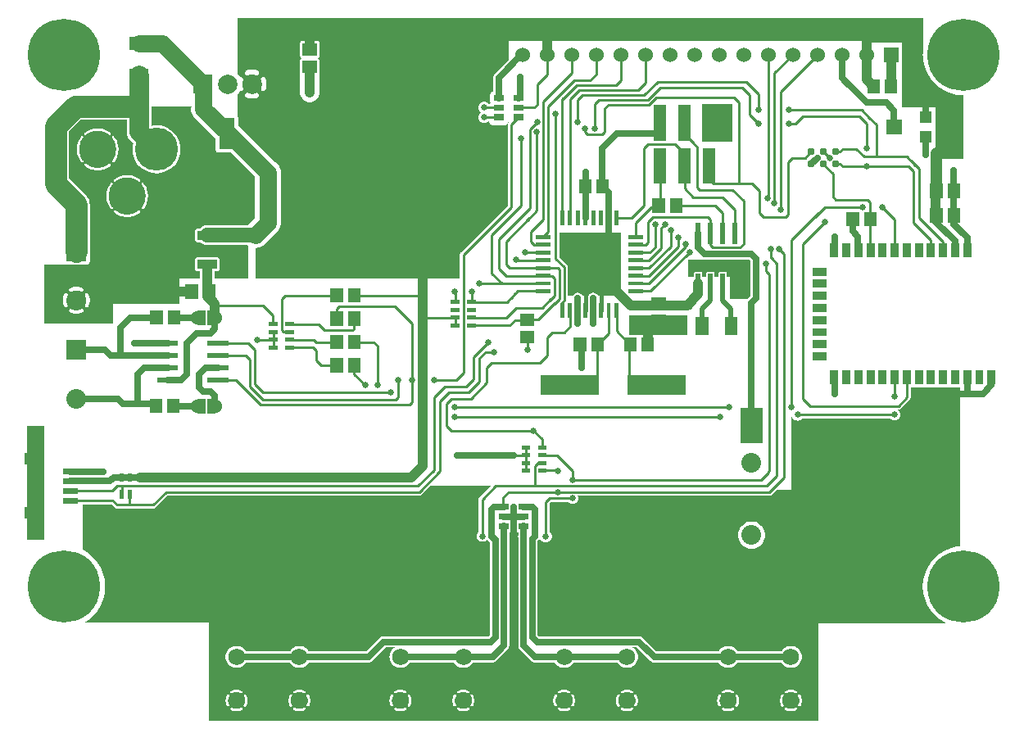
<source format=gbr>
G04 start of page 2 for group 0 idx 0 *
G04 Title: (unknown), component *
G04 Creator: pcb 4.0.2 *
G04 CreationDate: Tue Apr 28 16:30:13 2020 UTC *
G04 For: ndholmes *
G04 Format: Gerber/RS-274X *
G04 PCB-Dimensions (mil): 4000.00 2900.00 *
G04 PCB-Coordinate-Origin: lower left *
%MOIN*%
%FSLAX25Y25*%
%LNTOP*%
%ADD39C,0.0380*%
%ADD38C,0.0540*%
%ADD37C,0.0440*%
%ADD36C,0.0935*%
%ADD35C,0.0390*%
%ADD34C,0.1100*%
%ADD33C,0.1250*%
%ADD32C,0.1285*%
%ADD31C,0.0480*%
%ADD30C,0.0120*%
%ADD29C,0.0260*%
%ADD28C,0.0310*%
%ADD27C,0.0690*%
%ADD26C,0.1500*%
%ADD25C,0.1750*%
%ADD24C,0.0787*%
%ADD23C,0.2937*%
%ADD22C,0.0200*%
%ADD21C,0.0150*%
%ADD20C,0.0450*%
%ADD19C,0.0500*%
%ADD18C,0.0600*%
%ADD17C,0.0100*%
%ADD16C,0.0400*%
%ADD15C,0.0700*%
%ADD14C,0.0800*%
%ADD13C,0.0900*%
%ADD12C,0.0250*%
%ADD11C,0.0001*%
G54D11*G36*
X288000Y185000D02*X296450D01*
Y174832D01*
X295271Y173653D01*
X295204Y173596D01*
X295122Y173500D01*
X288000D01*
Y185000D01*
G37*
G36*
X296450Y182500D02*X286595D01*
X286594Y184094D01*
X286572Y184186D01*
X286536Y184273D01*
X286487Y184354D01*
X286426Y184426D01*
X286354Y184487D01*
X286273Y184536D01*
X286186Y184572D01*
X286094Y184594D01*
X286000Y184600D01*
X283906Y184594D01*
X283814Y184572D01*
X283727Y184536D01*
X283646Y184487D01*
X283574Y184426D01*
X283513Y184354D01*
X283464Y184273D01*
X283428Y184186D01*
X283406Y184094D01*
X283400Y184000D01*
X283401Y182500D01*
X281595D01*
X281594Y184094D01*
X281572Y184186D01*
X281536Y184273D01*
X281487Y184354D01*
X281426Y184426D01*
X281354Y184487D01*
X281273Y184536D01*
X281186Y184572D01*
X281094Y184594D01*
X281000Y184600D01*
X278906Y184594D01*
X278814Y184572D01*
X278727Y184536D01*
X278646Y184487D01*
X278574Y184426D01*
X278513Y184354D01*
X278464Y184273D01*
X278428Y184186D01*
X278406Y184094D01*
X278400Y184000D01*
X278401Y182500D01*
X276595D01*
X276594Y184094D01*
X276572Y184186D01*
X276536Y184273D01*
X276487Y184354D01*
X276426Y184426D01*
X276354Y184487D01*
X276273Y184536D01*
X276186Y184572D01*
X276094Y184594D01*
X276000Y184600D01*
X273906Y184594D01*
X273814Y184572D01*
X273727Y184536D01*
X273646Y184487D01*
X273574Y184426D01*
X273513Y184354D01*
X273464Y184273D01*
X273428Y184186D01*
X273406Y184094D01*
X273400Y184000D01*
X273401Y182500D01*
X271000D01*
Y189500D01*
X295818D01*
X296450Y188868D01*
Y182500D01*
G37*
G36*
X218500Y200600D02*X243800D01*
Y175030D01*
X243648Y174900D01*
X234365D01*
X234226Y175127D01*
X233996Y175396D01*
X233727Y175626D01*
X233425Y175811D01*
X233097Y175946D01*
X232753Y176029D01*
X232400Y176057D01*
X232047Y176029D01*
X231703Y175946D01*
X231375Y175811D01*
X231073Y175626D01*
X230804Y175396D01*
X230574Y175127D01*
X230435Y174900D01*
X228065D01*
X227926Y175127D01*
X227696Y175396D01*
X227427Y175626D01*
X227125Y175811D01*
X226797Y175946D01*
X226453Y176029D01*
X226100Y176057D01*
X225747Y176029D01*
X225403Y175946D01*
X225075Y175811D01*
X224773Y175626D01*
X224504Y175396D01*
X224274Y175127D01*
X224135Y174900D01*
X222000D01*
Y186441D01*
X222005Y186500D01*
X221986Y186735D01*
X221931Y186965D01*
X221841Y187183D01*
X221717Y187384D01*
X221564Y187564D01*
X221519Y187602D01*
X218500Y190621D01*
Y200600D01*
G37*
G36*
X95000Y249500D02*X186862D01*
X186644Y249366D01*
X186369Y249131D01*
X186134Y248856D01*
X185944Y248547D01*
X185806Y248213D01*
X185721Y247861D01*
X185693Y247500D01*
X185721Y247139D01*
X185806Y246787D01*
X185944Y246453D01*
X186134Y246144D01*
X186369Y245869D01*
X186644Y245634D01*
X186953Y245444D01*
X187287Y245306D01*
X187639Y245221D01*
X188000Y245193D01*
X188361Y245221D01*
X188713Y245306D01*
X189047Y245444D01*
X189356Y245634D01*
X189631Y245869D01*
X189744Y246000D01*
X189819D01*
X189819Y245970D01*
X189897Y245649D01*
X190023Y245344D01*
X190196Y245062D01*
X190410Y244810D01*
X190662Y244596D01*
X190944Y244423D01*
X191249Y244297D01*
X191570Y244219D01*
X191900Y244200D01*
X196230Y244219D01*
X196551Y244297D01*
X196856Y244423D01*
X197138Y244596D01*
X197390Y244810D01*
X197604Y245062D01*
X197777Y245344D01*
X197903Y245649D01*
X197949Y245837D01*
X198001Y245618D01*
X198029Y245551D01*
X197981Y245502D01*
X197936Y245464D01*
X197783Y245284D01*
X197659Y245083D01*
X197569Y244865D01*
X197514Y244635D01*
X197514Y244635D01*
X197495Y244400D01*
X197500Y244341D01*
Y211621D01*
X178481Y192602D01*
X178436Y192564D01*
X178283Y192384D01*
X178159Y192183D01*
X178069Y191965D01*
X178014Y191735D01*
X178014Y191735D01*
X177995Y191500D01*
X178000Y191441D01*
Y182000D01*
X95000D01*
Y194284D01*
X95816Y194348D01*
X96612Y194539D01*
X97368Y194852D01*
X98066Y195280D01*
X98677Y195823D01*
X103533Y200679D01*
X103688Y200812D01*
X104220Y201434D01*
X104220Y201434D01*
X104648Y202132D01*
X104961Y202888D01*
X105152Y203684D01*
X105216Y204500D01*
X105200Y204704D01*
Y225000D01*
X105152Y225816D01*
X104961Y226612D01*
X104648Y227368D01*
X104220Y228066D01*
X103688Y228688D01*
X103066Y229220D01*
X102511Y229560D01*
X95000Y237071D01*
Y249500D01*
G37*
G36*
X276500Y253000D02*X289000D01*
Y237500D01*
X276500D01*
Y253000D01*
G37*
G36*
X247000Y167000D02*X270500D01*
Y159000D01*
X247000D01*
Y167000D01*
G37*
G36*
X343500Y288000D02*X366500D01*
Y278000D01*
X343500D01*
Y288000D01*
G37*
G36*
X358000D02*X366500D01*
Y273443D01*
X366465Y273000D01*
X366500Y272557D01*
Y257000D01*
X358000D01*
Y288000D01*
G37*
G36*
X383000Y256465D02*Y230500D01*
X371500D01*
Y261144D01*
X373281Y259623D01*
X375493Y258267D01*
X377890Y257274D01*
X380413Y256669D01*
X383000Y256465D01*
G37*
G36*
X358000Y273000D02*X366465D01*
X366669Y270413D01*
X367274Y267890D01*
X368267Y265493D01*
X369623Y263281D01*
X371308Y261308D01*
X373281Y259623D01*
X375493Y258267D01*
X377890Y257274D01*
X380413Y256669D01*
X381500Y256583D01*
Y251500D01*
X358000D01*
Y273000D01*
G37*
G36*
X87500Y288000D02*X348500D01*
Y278500D01*
X120397D01*
X120262Y278556D01*
X120109Y278593D01*
X119952Y278602D01*
X113891Y278593D01*
X113738Y278556D01*
X113603Y278500D01*
X87500D01*
Y288000D01*
G37*
G36*
X98261Y287500D02*X106500D01*
Y253500D01*
X98261D01*
Y258183D01*
X98331Y258195D01*
X98480Y258246D01*
X98619Y258319D01*
X98745Y258413D01*
X98855Y258525D01*
X98946Y258654D01*
X99013Y258796D01*
X99204Y259328D01*
X99337Y259877D01*
X99417Y260436D01*
X99444Y261000D01*
X99417Y261564D01*
X99337Y262123D01*
X99204Y262672D01*
X99019Y263206D01*
X98950Y263348D01*
X98858Y263477D01*
X98748Y263591D01*
X98621Y263685D01*
X98481Y263759D01*
X98332Y263809D01*
X98261Y263821D01*
Y287500D01*
G37*
G36*
X93502D02*X98261D01*
Y263821D01*
X98176Y263836D01*
X98018Y263838D01*
X97861Y263815D01*
X97710Y263768D01*
X97569Y263698D01*
X97439Y263607D01*
X97326Y263496D01*
X97232Y263370D01*
X97158Y263230D01*
X97108Y263080D01*
X97081Y262924D01*
X97079Y262766D01*
X97102Y262610D01*
X97152Y262460D01*
X97278Y262108D01*
X97366Y261744D01*
X97419Y261374D01*
X97437Y261000D01*
X97419Y260626D01*
X97366Y260256D01*
X97278Y259892D01*
X97156Y259539D01*
X97106Y259389D01*
X97083Y259234D01*
X97085Y259076D01*
X97112Y258921D01*
X97162Y258772D01*
X97236Y258633D01*
X97330Y258507D01*
X97442Y258397D01*
X97571Y258306D01*
X97712Y258236D01*
X97862Y258189D01*
X98018Y258167D01*
X98175Y258168D01*
X98261Y258183D01*
Y253500D01*
X93502D01*
Y255056D01*
X94064Y255083D01*
X94623Y255163D01*
X95172Y255296D01*
X95706Y255481D01*
X95848Y255550D01*
X95977Y255642D01*
X96091Y255752D01*
X96185Y255879D01*
X96259Y256019D01*
X96309Y256168D01*
X96336Y256324D01*
X96338Y256482D01*
X96315Y256639D01*
X96268Y256790D01*
X96198Y256931D01*
X96107Y257061D01*
X95996Y257174D01*
X95870Y257268D01*
X95730Y257342D01*
X95580Y257392D01*
X95424Y257419D01*
X95266Y257421D01*
X95110Y257398D01*
X94960Y257348D01*
X94608Y257222D01*
X94244Y257134D01*
X93874Y257081D01*
X93502Y257063D01*
Y264937D01*
X93874Y264919D01*
X94244Y264866D01*
X94608Y264778D01*
X94961Y264656D01*
X95111Y264606D01*
X95266Y264583D01*
X95424Y264585D01*
X95579Y264612D01*
X95728Y264662D01*
X95867Y264736D01*
X95993Y264830D01*
X96103Y264942D01*
X96194Y265071D01*
X96264Y265212D01*
X96311Y265362D01*
X96333Y265518D01*
X96332Y265675D01*
X96305Y265831D01*
X96254Y265980D01*
X96181Y266119D01*
X96087Y266245D01*
X95975Y266355D01*
X95846Y266446D01*
X95704Y266513D01*
X95172Y266704D01*
X94623Y266837D01*
X94064Y266917D01*
X93502Y266944D01*
Y287500D01*
G37*
G36*
X87500D02*X93502D01*
Y266944D01*
X93500Y266944D01*
X92936Y266917D01*
X92377Y266837D01*
X91828Y266704D01*
X91294Y266519D01*
X91152Y266450D01*
X91023Y266358D01*
X90909Y266248D01*
X90815Y266121D01*
X90741Y265981D01*
X90691Y265832D01*
X90664Y265676D01*
X90662Y265518D01*
X90685Y265361D01*
X90732Y265210D01*
X90802Y265069D01*
X90893Y264939D01*
X91004Y264826D01*
X91130Y264732D01*
X91270Y264658D01*
X91420Y264608D01*
X91576Y264581D01*
X91734Y264579D01*
X91890Y264602D01*
X92040Y264652D01*
X92392Y264778D01*
X92756Y264866D01*
X93126Y264919D01*
X93500Y264937D01*
X93502Y264937D01*
Y257063D01*
X93500Y257063D01*
X93126Y257081D01*
X92756Y257134D01*
X92392Y257222D01*
X92039Y257344D01*
X91889Y257394D01*
X91734Y257417D01*
X91576Y257415D01*
X91421Y257388D01*
X91272Y257338D01*
X91133Y257264D01*
X91007Y257170D01*
X90897Y257058D01*
X90806Y256929D01*
X90736Y256788D01*
X90689Y256638D01*
X90667Y256482D01*
X90668Y256325D01*
X90695Y256169D01*
X90746Y256020D01*
X90819Y255881D01*
X90913Y255755D01*
X91025Y255645D01*
X91154Y255554D01*
X91296Y255487D01*
X91828Y255296D01*
X92377Y255163D01*
X92936Y255083D01*
X93500Y255056D01*
X93502Y255056D01*
Y253500D01*
X87500D01*
Y256609D01*
X87711Y256789D01*
X88318Y257500D01*
X88735Y258179D01*
X88824Y258164D01*
X88982Y258162D01*
X89139Y258185D01*
X89290Y258232D01*
X89431Y258302D01*
X89561Y258393D01*
X89674Y258504D01*
X89768Y258630D01*
X89842Y258770D01*
X89892Y258920D01*
X89919Y259076D01*
X89921Y259234D01*
X89898Y259390D01*
X89848Y259540D01*
X89722Y259892D01*
X89634Y260256D01*
X89581Y260626D01*
X89563Y261000D01*
X89581Y261374D01*
X89634Y261744D01*
X89722Y262108D01*
X89844Y262461D01*
X89894Y262611D01*
X89917Y262766D01*
X89915Y262924D01*
X89888Y263079D01*
X89838Y263228D01*
X89764Y263367D01*
X89670Y263493D01*
X89558Y263603D01*
X89429Y263694D01*
X89288Y263764D01*
X89138Y263811D01*
X88982Y263833D01*
X88825Y263832D01*
X88737Y263817D01*
X88318Y264500D01*
X87711Y265211D01*
X87500Y265391D01*
Y287500D01*
G37*
G36*
X168500Y286500D02*X182000D01*
Y204000D01*
X168500D01*
Y286500D01*
G37*
G36*
X190400Y256500D02*X190414Y253865D01*
X190469Y253635D01*
X190559Y253417D01*
X190600Y253350D01*
X190559Y253283D01*
X190469Y253065D01*
X190453Y253000D01*
X189744D01*
X189631Y253131D01*
X189356Y253366D01*
X189047Y253556D01*
X188713Y253694D01*
X188361Y253779D01*
X188000Y253807D01*
X187639Y253779D01*
X187287Y253694D01*
X186953Y253556D01*
X186644Y253366D01*
X186369Y253131D01*
X186134Y252856D01*
X185944Y252547D01*
X185806Y252213D01*
X185721Y251861D01*
X185693Y251500D01*
X185721Y251139D01*
X185806Y250787D01*
X185944Y250453D01*
X186134Y250144D01*
X186369Y249869D01*
X186644Y249634D01*
X186862Y249500D01*
X186644Y249366D01*
X186369Y249131D01*
X186134Y248856D01*
X185944Y248547D01*
X185806Y248213D01*
X185721Y247861D01*
X185693Y247500D01*
X185721Y247139D01*
X185806Y246787D01*
X185944Y246453D01*
X186134Y246144D01*
X186369Y245869D01*
X186644Y245634D01*
X186953Y245444D01*
X187287Y245306D01*
X187639Y245221D01*
X188000Y245193D01*
X188361Y245221D01*
X188713Y245306D01*
X189047Y245444D01*
X189356Y245634D01*
X189631Y245869D01*
X189744Y246000D01*
X189819D01*
X189819Y245970D01*
X189897Y245649D01*
X190023Y245344D01*
X190196Y245062D01*
X190410Y244810D01*
X190662Y244596D01*
X190944Y244423D01*
X191249Y244297D01*
X191570Y244219D01*
X191900Y244200D01*
X196230Y244219D01*
X196551Y244297D01*
X196856Y244423D01*
X197138Y244596D01*
X197390Y244810D01*
X197604Y245062D01*
X197777Y245344D01*
X197903Y245649D01*
X197949Y245837D01*
X198000Y245623D01*
Y245521D01*
X197981Y245502D01*
X197936Y245464D01*
X197783Y245284D01*
X197659Y245083D01*
X197569Y244865D01*
X197514Y244635D01*
X197514Y244635D01*
X197495Y244400D01*
X197500Y244341D01*
Y236000D01*
X117000D01*
Y253588D01*
X117612Y253636D01*
X118209Y253779D01*
X118776Y254014D01*
X119299Y254335D01*
X119766Y254734D01*
X120165Y255201D01*
X120486Y255724D01*
X120721Y256291D01*
X120864Y256888D01*
X120900Y257500D01*
Y265074D01*
X120906Y265088D01*
X120943Y265241D01*
X120952Y265398D01*
X120943Y270673D01*
X120906Y270826D01*
X120846Y270971D01*
X120764Y271106D01*
X120661Y271225D01*
X120542Y271328D01*
X120407Y271410D01*
X120262Y271470D01*
X120137Y271500D01*
X120262Y271530D01*
X120407Y271590D01*
X120542Y271672D01*
X120661Y271775D01*
X120764Y271894D01*
X120846Y272029D01*
X120906Y272174D01*
X120943Y272327D01*
X120952Y272484D01*
X120943Y277759D01*
X120906Y277912D01*
X120846Y278057D01*
X120764Y278192D01*
X120661Y278311D01*
X120542Y278414D01*
X120407Y278496D01*
X120262Y278556D01*
X120109Y278593D01*
X119952Y278602D01*
X117000Y278597D01*
Y288000D01*
X198000D01*
Y270882D01*
X192371Y265253D01*
X192304Y265196D01*
X192074Y264927D01*
X191889Y264625D01*
X191754Y264297D01*
X191671Y263953D01*
X191671Y263953D01*
X191643Y263600D01*
X191650Y263512D01*
Y257983D01*
X191435Y257931D01*
X191217Y257841D01*
X191016Y257717D01*
X190836Y257564D01*
X190683Y257384D01*
X190559Y257183D01*
X190469Y256965D01*
X190414Y256735D01*
X190400Y256500D01*
G37*
G36*
X117000Y236000D02*X98261D01*
Y258183D01*
X98331Y258195D01*
X98480Y258246D01*
X98619Y258319D01*
X98745Y258413D01*
X98855Y258525D01*
X98946Y258654D01*
X99013Y258796D01*
X99204Y259328D01*
X99337Y259877D01*
X99417Y260436D01*
X99444Y261000D01*
X99417Y261564D01*
X99337Y262123D01*
X99204Y262672D01*
X99019Y263206D01*
X98950Y263348D01*
X98858Y263477D01*
X98748Y263591D01*
X98621Y263685D01*
X98481Y263759D01*
X98332Y263809D01*
X98261Y263821D01*
Y288000D01*
X117000D01*
Y278597D01*
X113891Y278593D01*
X113738Y278556D01*
X113593Y278496D01*
X113458Y278414D01*
X113339Y278311D01*
X113236Y278192D01*
X113154Y278057D01*
X113094Y277912D01*
X113057Y277759D01*
X113048Y277602D01*
X113057Y272327D01*
X113094Y272174D01*
X113154Y272029D01*
X113236Y271894D01*
X113339Y271775D01*
X113458Y271672D01*
X113593Y271590D01*
X113738Y271530D01*
X113863Y271500D01*
X113738Y271470D01*
X113593Y271410D01*
X113458Y271328D01*
X113339Y271225D01*
X113236Y271106D01*
X113154Y270971D01*
X113094Y270826D01*
X113057Y270673D01*
X113048Y270516D01*
X113057Y265241D01*
X113094Y265088D01*
X113100Y265074D01*
Y257500D01*
X113136Y256888D01*
X113279Y256291D01*
X113514Y255724D01*
X113835Y255201D01*
X114234Y254734D01*
X114701Y254335D01*
X115224Y254014D01*
X115791Y253779D01*
X116388Y253636D01*
X117000Y253588D01*
Y236000D01*
G37*
G36*
X98261D02*X96071D01*
X93502Y238569D01*
Y255056D01*
X94064Y255083D01*
X94623Y255163D01*
X95172Y255296D01*
X95706Y255481D01*
X95848Y255550D01*
X95977Y255642D01*
X96091Y255752D01*
X96185Y255879D01*
X96259Y256019D01*
X96309Y256168D01*
X96336Y256324D01*
X96338Y256482D01*
X96315Y256639D01*
X96268Y256790D01*
X96198Y256931D01*
X96107Y257061D01*
X95996Y257174D01*
X95870Y257268D01*
X95730Y257342D01*
X95580Y257392D01*
X95424Y257419D01*
X95266Y257421D01*
X95110Y257398D01*
X94960Y257348D01*
X94608Y257222D01*
X94244Y257134D01*
X93874Y257081D01*
X93502Y257063D01*
Y264937D01*
X93874Y264919D01*
X94244Y264866D01*
X94608Y264778D01*
X94961Y264656D01*
X95111Y264606D01*
X95266Y264583D01*
X95424Y264585D01*
X95579Y264612D01*
X95728Y264662D01*
X95867Y264736D01*
X95993Y264830D01*
X96103Y264942D01*
X96194Y265071D01*
X96264Y265212D01*
X96311Y265362D01*
X96333Y265518D01*
X96332Y265675D01*
X96305Y265831D01*
X96254Y265980D01*
X96181Y266119D01*
X96087Y266245D01*
X95975Y266355D01*
X95846Y266446D01*
X95704Y266513D01*
X95172Y266704D01*
X94623Y266837D01*
X94064Y266917D01*
X93502Y266944D01*
Y288000D01*
X98261D01*
Y263821D01*
X98176Y263836D01*
X98018Y263838D01*
X97861Y263815D01*
X97710Y263768D01*
X97569Y263698D01*
X97439Y263607D01*
X97326Y263496D01*
X97232Y263370D01*
X97158Y263230D01*
X97108Y263080D01*
X97081Y262924D01*
X97079Y262766D01*
X97102Y262610D01*
X97152Y262460D01*
X97278Y262108D01*
X97366Y261744D01*
X97419Y261374D01*
X97437Y261000D01*
X97419Y260626D01*
X97366Y260256D01*
X97278Y259892D01*
X97156Y259539D01*
X97106Y259389D01*
X97083Y259234D01*
X97085Y259076D01*
X97112Y258921D01*
X97162Y258772D01*
X97236Y258633D01*
X97330Y258507D01*
X97442Y258397D01*
X97571Y258306D01*
X97712Y258236D01*
X97862Y258189D01*
X98018Y258167D01*
X98175Y258168D01*
X98261Y258183D01*
Y236000D01*
G37*
G36*
X93502Y238569D02*X87940Y244131D01*
X87936Y247377D01*
X87881Y247607D01*
X87791Y247825D01*
X87667Y248026D01*
X87514Y248206D01*
X87500Y248218D01*
Y256609D01*
X87711Y256789D01*
X88318Y257500D01*
X88735Y258179D01*
X88824Y258164D01*
X88982Y258162D01*
X89139Y258185D01*
X89290Y258232D01*
X89431Y258302D01*
X89561Y258393D01*
X89674Y258504D01*
X89768Y258630D01*
X89842Y258770D01*
X89892Y258920D01*
X89919Y259076D01*
X89921Y259234D01*
X89898Y259390D01*
X89848Y259540D01*
X89722Y259892D01*
X89634Y260256D01*
X89581Y260626D01*
X89563Y261000D01*
X89581Y261374D01*
X89634Y261744D01*
X89722Y262108D01*
X89844Y262461D01*
X89894Y262611D01*
X89917Y262766D01*
X89915Y262924D01*
X89888Y263079D01*
X89838Y263228D01*
X89764Y263367D01*
X89670Y263493D01*
X89558Y263603D01*
X89429Y263694D01*
X89288Y263764D01*
X89138Y263811D01*
X88982Y263833D01*
X88825Y263832D01*
X88737Y263817D01*
X88318Y264500D01*
X87711Y265211D01*
X87500Y265391D01*
Y288000D01*
X93502D01*
Y266944D01*
X93500Y266944D01*
X92936Y266917D01*
X92377Y266837D01*
X91828Y266704D01*
X91294Y266519D01*
X91152Y266450D01*
X91023Y266358D01*
X90909Y266248D01*
X90815Y266121D01*
X90741Y265981D01*
X90691Y265832D01*
X90664Y265676D01*
X90662Y265518D01*
X90685Y265361D01*
X90732Y265210D01*
X90802Y265069D01*
X90893Y264939D01*
X91004Y264826D01*
X91130Y264732D01*
X91270Y264658D01*
X91420Y264608D01*
X91576Y264581D01*
X91734Y264579D01*
X91890Y264602D01*
X92040Y264652D01*
X92392Y264778D01*
X92756Y264866D01*
X93126Y264919D01*
X93500Y264937D01*
X93502Y264937D01*
Y257063D01*
X93500Y257063D01*
X93126Y257081D01*
X92756Y257134D01*
X92392Y257222D01*
X92039Y257344D01*
X91889Y257394D01*
X91734Y257417D01*
X91576Y257415D01*
X91421Y257388D01*
X91272Y257338D01*
X91133Y257264D01*
X91007Y257170D01*
X90897Y257058D01*
X90806Y256929D01*
X90736Y256788D01*
X90689Y256638D01*
X90667Y256482D01*
X90668Y256325D01*
X90695Y256169D01*
X90746Y256020D01*
X90819Y255881D01*
X90913Y255755D01*
X91025Y255645D01*
X91154Y255554D01*
X91296Y255487D01*
X91828Y255296D01*
X92377Y255163D01*
X92936Y255083D01*
X93500Y255056D01*
X93502Y255056D01*
Y238569D01*
G37*
G36*
X316472Y23000D02*X324000D01*
Y2000D01*
X316472D01*
Y7717D01*
X316531Y7762D01*
X316586Y7818D01*
X316630Y7884D01*
X316819Y8230D01*
X316972Y8594D01*
X317093Y8970D01*
X317180Y9356D01*
X317232Y9747D01*
X317250Y10142D01*
X317232Y10536D01*
X317180Y10928D01*
X317093Y11313D01*
X316972Y11689D01*
X316819Y12053D01*
X316634Y12402D01*
X316589Y12467D01*
X316534Y12524D01*
X316472Y12571D01*
Y23000D01*
G37*
G36*
X312797D02*X316472D01*
Y12571D01*
X316470Y12572D01*
X316400Y12609D01*
X316325Y12635D01*
X316247Y12649D01*
X316168Y12650D01*
X316090Y12639D01*
X316014Y12616D01*
X315943Y12581D01*
X315878Y12536D01*
X315821Y12481D01*
X315773Y12418D01*
X315736Y12348D01*
X315710Y12273D01*
X315696Y12195D01*
X315695Y12115D01*
X315706Y12037D01*
X315729Y11961D01*
X315765Y11891D01*
X315911Y11622D01*
X316030Y11340D01*
X316124Y11049D01*
X316191Y10751D01*
X316232Y10447D01*
X316245Y10142D01*
X316232Y9836D01*
X316191Y9533D01*
X316124Y9234D01*
X316030Y8943D01*
X315911Y8661D01*
X315768Y8391D01*
X315732Y8321D01*
X315709Y8246D01*
X315698Y8168D01*
X315700Y8089D01*
X315713Y8012D01*
X315739Y7937D01*
X315776Y7868D01*
X315823Y7805D01*
X315880Y7750D01*
X315944Y7705D01*
X316015Y7671D01*
X316090Y7648D01*
X316168Y7637D01*
X316247Y7638D01*
X316325Y7652D01*
X316399Y7677D01*
X316468Y7714D01*
X316472Y7717D01*
Y2000D01*
X312797D01*
Y5687D01*
X313190Y5705D01*
X313581Y5757D01*
X313967Y5844D01*
X314343Y5965D01*
X314707Y6118D01*
X315056Y6304D01*
X315121Y6348D01*
X315178Y6403D01*
X315226Y6467D01*
X315263Y6537D01*
X315289Y6612D01*
X315302Y6690D01*
X315304Y6769D01*
X315293Y6847D01*
X315270Y6923D01*
X315235Y6994D01*
X315189Y7059D01*
X315134Y7116D01*
X315071Y7164D01*
X315001Y7201D01*
X314926Y7227D01*
X314848Y7241D01*
X314769Y7242D01*
X314690Y7231D01*
X314615Y7208D01*
X314544Y7172D01*
X314276Y7026D01*
X313994Y6907D01*
X313703Y6813D01*
X313404Y6746D01*
X313101Y6705D01*
X312797Y6692D01*
Y13592D01*
X313101Y13578D01*
X313404Y13538D01*
X313703Y13470D01*
X313994Y13377D01*
X314276Y13258D01*
X314546Y13115D01*
X314616Y13079D01*
X314691Y13056D01*
X314769Y13045D01*
X314848Y13046D01*
X314925Y13060D01*
X315000Y13085D01*
X315069Y13122D01*
X315132Y13170D01*
X315187Y13226D01*
X315232Y13291D01*
X315266Y13362D01*
X315289Y13437D01*
X315300Y13515D01*
X315299Y13593D01*
X315285Y13671D01*
X315260Y13745D01*
X315223Y13815D01*
X315175Y13878D01*
X315119Y13932D01*
X315053Y13976D01*
X314707Y14165D01*
X314343Y14319D01*
X313967Y14439D01*
X313581Y14526D01*
X313190Y14579D01*
X312797Y14596D01*
Y23000D01*
G37*
G36*
X309118D02*X312797D01*
Y14596D01*
X312795Y14596D01*
X312401Y14579D01*
X312009Y14526D01*
X311624Y14439D01*
X311248Y14319D01*
X310884Y14165D01*
X310535Y13980D01*
X310470Y13935D01*
X310413Y13880D01*
X310365Y13817D01*
X310328Y13747D01*
X310302Y13672D01*
X310288Y13594D01*
X310287Y13515D01*
X310298Y13436D01*
X310321Y13360D01*
X310356Y13289D01*
X310401Y13224D01*
X310456Y13167D01*
X310519Y13120D01*
X310589Y13082D01*
X310664Y13057D01*
X310742Y13043D01*
X310822Y13041D01*
X310900Y13052D01*
X310976Y13076D01*
X311046Y13112D01*
X311315Y13258D01*
X311597Y13377D01*
X311888Y13470D01*
X312186Y13538D01*
X312490Y13578D01*
X312795Y13592D01*
X312797Y13592D01*
Y6692D01*
X312795Y6692D01*
X312490Y6705D01*
X312186Y6746D01*
X311888Y6813D01*
X311597Y6907D01*
X311315Y7026D01*
X311045Y7169D01*
X310975Y7205D01*
X310899Y7228D01*
X310821Y7239D01*
X310743Y7237D01*
X310665Y7224D01*
X310591Y7198D01*
X310521Y7161D01*
X310458Y7114D01*
X310404Y7057D01*
X310359Y6993D01*
X310324Y6922D01*
X310301Y6847D01*
X310290Y6769D01*
X310292Y6690D01*
X310305Y6612D01*
X310331Y6538D01*
X310368Y6469D01*
X310415Y6406D01*
X310472Y6351D01*
X310537Y6307D01*
X310884Y6118D01*
X311248Y5965D01*
X311624Y5844D01*
X312009Y5757D01*
X312401Y5705D01*
X312795Y5687D01*
X312797Y5687D01*
Y2000D01*
X309118D01*
Y7713D01*
X309120Y7711D01*
X309190Y7674D01*
X309265Y7648D01*
X309343Y7635D01*
X309422Y7633D01*
X309501Y7644D01*
X309577Y7667D01*
X309648Y7702D01*
X309713Y7748D01*
X309770Y7803D01*
X309817Y7866D01*
X309855Y7936D01*
X309881Y8011D01*
X309894Y8089D01*
X309896Y8168D01*
X309885Y8247D01*
X309861Y8322D01*
X309825Y8393D01*
X309679Y8661D01*
X309560Y8943D01*
X309467Y9234D01*
X309399Y9533D01*
X309359Y9836D01*
X309345Y10142D01*
X309359Y10447D01*
X309399Y10751D01*
X309467Y11049D01*
X309560Y11340D01*
X309679Y11622D01*
X309822Y11892D01*
X309858Y11962D01*
X309881Y12038D01*
X309892Y12116D01*
X309891Y12194D01*
X309877Y12272D01*
X309852Y12346D01*
X309815Y12416D01*
X309767Y12479D01*
X309711Y12533D01*
X309646Y12578D01*
X309575Y12613D01*
X309500Y12636D01*
X309422Y12647D01*
X309344Y12645D01*
X309266Y12632D01*
X309192Y12606D01*
X309122Y12569D01*
X309118Y12566D01*
Y23000D01*
G37*
G36*
X290882D02*X309118D01*
Y12566D01*
X309059Y12522D01*
X309005Y12465D01*
X308961Y12400D01*
X308772Y12053D01*
X308618Y11689D01*
X308498Y11313D01*
X308411Y10928D01*
X308358Y10536D01*
X308341Y10142D01*
X308358Y9747D01*
X308411Y9356D01*
X308498Y8970D01*
X308618Y8594D01*
X308772Y8230D01*
X308957Y7881D01*
X309002Y7816D01*
X309057Y7759D01*
X309118Y7713D01*
Y2000D01*
X290882D01*
Y7717D01*
X290941Y7762D01*
X290995Y7818D01*
X291039Y7884D01*
X291228Y8230D01*
X291382Y8594D01*
X291502Y8970D01*
X291589Y9356D01*
X291642Y9747D01*
X291659Y10142D01*
X291642Y10536D01*
X291589Y10928D01*
X291502Y11313D01*
X291382Y11689D01*
X291228Y12053D01*
X291043Y12402D01*
X290998Y12467D01*
X290943Y12524D01*
X290882Y12571D01*
Y23000D01*
G37*
G36*
X287206D02*X290882D01*
Y12571D01*
X290880Y12572D01*
X290810Y12609D01*
X290735Y12635D01*
X290657Y12649D01*
X290578Y12650D01*
X290499Y12639D01*
X290423Y12616D01*
X290352Y12581D01*
X290287Y12536D01*
X290230Y12481D01*
X290182Y12418D01*
X290145Y12348D01*
X290119Y12273D01*
X290106Y12195D01*
X290104Y12115D01*
X290115Y12037D01*
X290139Y11961D01*
X290175Y11891D01*
X290321Y11622D01*
X290440Y11340D01*
X290533Y11049D01*
X290601Y10751D01*
X290641Y10447D01*
X290655Y10142D01*
X290641Y9836D01*
X290601Y9533D01*
X290533Y9234D01*
X290440Y8943D01*
X290321Y8661D01*
X290178Y8391D01*
X290142Y8321D01*
X290119Y8246D01*
X290108Y8168D01*
X290109Y8089D01*
X290123Y8012D01*
X290148Y7937D01*
X290185Y7868D01*
X290233Y7805D01*
X290289Y7750D01*
X290354Y7705D01*
X290425Y7671D01*
X290500Y7648D01*
X290578Y7637D01*
X290656Y7638D01*
X290734Y7652D01*
X290808Y7677D01*
X290878Y7714D01*
X290882Y7717D01*
Y2000D01*
X287206D01*
Y5687D01*
X287599Y5705D01*
X287991Y5757D01*
X288376Y5844D01*
X288752Y5965D01*
X289116Y6118D01*
X289465Y6304D01*
X289530Y6348D01*
X289587Y6403D01*
X289635Y6467D01*
X289672Y6537D01*
X289698Y6612D01*
X289712Y6690D01*
X289713Y6769D01*
X289702Y6847D01*
X289679Y6923D01*
X289644Y6994D01*
X289599Y7059D01*
X289544Y7116D01*
X289481Y7164D01*
X289411Y7201D01*
X289336Y7227D01*
X289258Y7241D01*
X289178Y7242D01*
X289100Y7231D01*
X289024Y7208D01*
X288954Y7172D01*
X288685Y7026D01*
X288403Y6907D01*
X288112Y6813D01*
X287814Y6746D01*
X287510Y6705D01*
X287206Y6692D01*
Y13592D01*
X287510Y13578D01*
X287814Y13538D01*
X288112Y13470D01*
X288403Y13377D01*
X288685Y13258D01*
X288955Y13115D01*
X289025Y13079D01*
X289101Y13056D01*
X289179Y13045D01*
X289257Y13046D01*
X289335Y13060D01*
X289409Y13085D01*
X289479Y13122D01*
X289542Y13170D01*
X289596Y13226D01*
X289641Y13291D01*
X289676Y13362D01*
X289699Y13437D01*
X289710Y13515D01*
X289708Y13593D01*
X289695Y13671D01*
X289669Y13745D01*
X289632Y13815D01*
X289585Y13878D01*
X289528Y13932D01*
X289463Y13976D01*
X289116Y14165D01*
X288752Y14319D01*
X288376Y14439D01*
X287991Y14526D01*
X287599Y14579D01*
X287206Y14596D01*
Y23000D01*
G37*
G36*
X283528D02*X287206D01*
Y14596D01*
X287205Y14596D01*
X286810Y14579D01*
X286419Y14526D01*
X286033Y14439D01*
X285657Y14319D01*
X285293Y14165D01*
X284944Y13980D01*
X284879Y13935D01*
X284822Y13880D01*
X284774Y13817D01*
X284737Y13747D01*
X284711Y13672D01*
X284698Y13594D01*
X284696Y13515D01*
X284707Y13436D01*
X284730Y13360D01*
X284765Y13289D01*
X284811Y13224D01*
X284866Y13167D01*
X284929Y13120D01*
X284999Y13082D01*
X285074Y13057D01*
X285152Y13043D01*
X285231Y13041D01*
X285310Y13052D01*
X285385Y13076D01*
X285456Y13112D01*
X285724Y13258D01*
X286006Y13377D01*
X286297Y13470D01*
X286596Y13538D01*
X286899Y13578D01*
X287205Y13592D01*
X287206Y13592D01*
Y6692D01*
X287205Y6692D01*
X286899Y6705D01*
X286596Y6746D01*
X286297Y6813D01*
X286006Y6907D01*
X285724Y7026D01*
X285454Y7169D01*
X285384Y7205D01*
X285309Y7228D01*
X285231Y7239D01*
X285152Y7237D01*
X285075Y7224D01*
X285000Y7198D01*
X284931Y7161D01*
X284868Y7114D01*
X284813Y7057D01*
X284768Y6993D01*
X284734Y6922D01*
X284711Y6847D01*
X284700Y6769D01*
X284701Y6690D01*
X284715Y6612D01*
X284740Y6538D01*
X284777Y6469D01*
X284825Y6406D01*
X284881Y6351D01*
X284947Y6307D01*
X285293Y6118D01*
X285657Y5965D01*
X286033Y5844D01*
X286419Y5757D01*
X286810Y5705D01*
X287205Y5687D01*
X287206Y5687D01*
Y2000D01*
X283528D01*
Y7713D01*
X283530Y7711D01*
X283600Y7674D01*
X283675Y7648D01*
X283753Y7635D01*
X283832Y7633D01*
X283910Y7644D01*
X283986Y7667D01*
X284057Y7702D01*
X284122Y7748D01*
X284179Y7803D01*
X284227Y7866D01*
X284264Y7936D01*
X284290Y8011D01*
X284304Y8089D01*
X284305Y8168D01*
X284294Y8247D01*
X284271Y8322D01*
X284235Y8393D01*
X284089Y8661D01*
X283970Y8943D01*
X283876Y9234D01*
X283809Y9533D01*
X283768Y9836D01*
X283755Y10142D01*
X283768Y10447D01*
X283809Y10751D01*
X283876Y11049D01*
X283970Y11340D01*
X284089Y11622D01*
X284232Y11892D01*
X284268Y11962D01*
X284291Y12038D01*
X284302Y12116D01*
X284300Y12194D01*
X284287Y12272D01*
X284261Y12346D01*
X284224Y12416D01*
X284177Y12479D01*
X284120Y12533D01*
X284056Y12578D01*
X283985Y12613D01*
X283910Y12636D01*
X283832Y12647D01*
X283753Y12645D01*
X283675Y12632D01*
X283601Y12606D01*
X283532Y12569D01*
X283528Y12566D01*
Y23000D01*
G37*
G36*
X249772D02*X283528D01*
Y12566D01*
X283469Y12522D01*
X283414Y12465D01*
X283370Y12400D01*
X283181Y12053D01*
X283028Y11689D01*
X282907Y11313D01*
X282820Y10928D01*
X282768Y10536D01*
X282750Y10142D01*
X282768Y9747D01*
X282820Y9356D01*
X282907Y8970D01*
X283028Y8594D01*
X283181Y8230D01*
X283366Y7881D01*
X283411Y7816D01*
X283466Y7759D01*
X283528Y7713D01*
Y2000D01*
X249772D01*
Y7717D01*
X249831Y7762D01*
X249886Y7818D01*
X249930Y7884D01*
X250119Y8230D01*
X250272Y8594D01*
X250393Y8970D01*
X250480Y9356D01*
X250532Y9747D01*
X250550Y10142D01*
X250532Y10536D01*
X250480Y10928D01*
X250393Y11313D01*
X250272Y11689D01*
X250119Y12053D01*
X249934Y12402D01*
X249889Y12467D01*
X249834Y12524D01*
X249772Y12571D01*
Y23000D01*
G37*
G36*
X246097D02*X249772D01*
Y12571D01*
X249770Y12572D01*
X249700Y12609D01*
X249625Y12635D01*
X249547Y12649D01*
X249468Y12650D01*
X249390Y12639D01*
X249314Y12616D01*
X249243Y12581D01*
X249178Y12536D01*
X249121Y12481D01*
X249073Y12418D01*
X249036Y12348D01*
X249010Y12273D01*
X248996Y12195D01*
X248995Y12115D01*
X249006Y12037D01*
X249029Y11961D01*
X249065Y11891D01*
X249211Y11622D01*
X249330Y11340D01*
X249424Y11049D01*
X249491Y10751D01*
X249532Y10447D01*
X249545Y10142D01*
X249532Y9836D01*
X249491Y9533D01*
X249424Y9234D01*
X249330Y8943D01*
X249211Y8661D01*
X249068Y8391D01*
X249032Y8321D01*
X249009Y8246D01*
X248998Y8168D01*
X249000Y8089D01*
X249013Y8012D01*
X249039Y7937D01*
X249076Y7868D01*
X249123Y7805D01*
X249180Y7750D01*
X249244Y7705D01*
X249315Y7671D01*
X249390Y7648D01*
X249468Y7637D01*
X249547Y7638D01*
X249625Y7652D01*
X249699Y7677D01*
X249768Y7714D01*
X249772Y7717D01*
Y2000D01*
X246097D01*
Y5687D01*
X246490Y5705D01*
X246881Y5757D01*
X247267Y5844D01*
X247643Y5965D01*
X248007Y6118D01*
X248356Y6304D01*
X248421Y6348D01*
X248478Y6403D01*
X248526Y6467D01*
X248563Y6537D01*
X248589Y6612D01*
X248602Y6690D01*
X248604Y6769D01*
X248593Y6847D01*
X248570Y6923D01*
X248535Y6994D01*
X248489Y7059D01*
X248434Y7116D01*
X248371Y7164D01*
X248301Y7201D01*
X248226Y7227D01*
X248148Y7241D01*
X248069Y7242D01*
X247990Y7231D01*
X247915Y7208D01*
X247844Y7172D01*
X247576Y7026D01*
X247294Y6907D01*
X247003Y6813D01*
X246704Y6746D01*
X246401Y6705D01*
X246097Y6692D01*
Y13592D01*
X246401Y13578D01*
X246704Y13538D01*
X247003Y13470D01*
X247294Y13377D01*
X247576Y13258D01*
X247846Y13115D01*
X247916Y13079D01*
X247991Y13056D01*
X248069Y13045D01*
X248148Y13046D01*
X248225Y13060D01*
X248300Y13085D01*
X248369Y13122D01*
X248432Y13170D01*
X248487Y13226D01*
X248532Y13291D01*
X248566Y13362D01*
X248589Y13437D01*
X248600Y13515D01*
X248599Y13593D01*
X248585Y13671D01*
X248560Y13745D01*
X248523Y13815D01*
X248475Y13878D01*
X248419Y13932D01*
X248353Y13976D01*
X248007Y14165D01*
X247643Y14319D01*
X247267Y14439D01*
X246881Y14526D01*
X246490Y14579D01*
X246097Y14596D01*
Y23000D01*
G37*
G36*
X242418D02*X246097D01*
Y14596D01*
X246095Y14596D01*
X245701Y14579D01*
X245309Y14526D01*
X244924Y14439D01*
X244548Y14319D01*
X244184Y14165D01*
X243835Y13980D01*
X243770Y13935D01*
X243713Y13880D01*
X243665Y13817D01*
X243628Y13747D01*
X243602Y13672D01*
X243588Y13594D01*
X243587Y13515D01*
X243598Y13436D01*
X243621Y13360D01*
X243656Y13289D01*
X243701Y13224D01*
X243756Y13167D01*
X243819Y13120D01*
X243889Y13082D01*
X243964Y13057D01*
X244042Y13043D01*
X244122Y13041D01*
X244200Y13052D01*
X244276Y13076D01*
X244346Y13112D01*
X244615Y13258D01*
X244897Y13377D01*
X245188Y13470D01*
X245486Y13538D01*
X245790Y13578D01*
X246095Y13592D01*
X246097Y13592D01*
Y6692D01*
X246095Y6692D01*
X245790Y6705D01*
X245486Y6746D01*
X245188Y6813D01*
X244897Y6907D01*
X244615Y7026D01*
X244345Y7169D01*
X244275Y7205D01*
X244199Y7228D01*
X244121Y7239D01*
X244043Y7237D01*
X243965Y7224D01*
X243891Y7198D01*
X243821Y7161D01*
X243758Y7114D01*
X243704Y7057D01*
X243659Y6993D01*
X243624Y6922D01*
X243601Y6847D01*
X243590Y6769D01*
X243592Y6690D01*
X243605Y6612D01*
X243631Y6538D01*
X243668Y6469D01*
X243715Y6406D01*
X243772Y6351D01*
X243837Y6307D01*
X244184Y6118D01*
X244548Y5965D01*
X244924Y5844D01*
X245309Y5757D01*
X245701Y5705D01*
X246095Y5687D01*
X246097Y5687D01*
Y2000D01*
X242418D01*
Y7713D01*
X242420Y7711D01*
X242490Y7674D01*
X242565Y7648D01*
X242643Y7635D01*
X242722Y7633D01*
X242801Y7644D01*
X242877Y7667D01*
X242948Y7702D01*
X243013Y7748D01*
X243070Y7803D01*
X243117Y7866D01*
X243155Y7936D01*
X243181Y8011D01*
X243194Y8089D01*
X243196Y8168D01*
X243185Y8247D01*
X243161Y8322D01*
X243125Y8393D01*
X242979Y8661D01*
X242860Y8943D01*
X242767Y9234D01*
X242699Y9533D01*
X242659Y9836D01*
X242645Y10142D01*
X242659Y10447D01*
X242699Y10751D01*
X242767Y11049D01*
X242860Y11340D01*
X242979Y11622D01*
X243122Y11892D01*
X243158Y11962D01*
X243181Y12038D01*
X243192Y12116D01*
X243191Y12194D01*
X243177Y12272D01*
X243152Y12346D01*
X243115Y12416D01*
X243067Y12479D01*
X243011Y12533D01*
X242946Y12578D01*
X242875Y12613D01*
X242800Y12636D01*
X242722Y12647D01*
X242644Y12645D01*
X242566Y12632D01*
X242492Y12606D01*
X242422Y12569D01*
X242418Y12566D01*
Y23000D01*
G37*
G36*
X224182D02*X242418D01*
Y12566D01*
X242359Y12522D01*
X242305Y12465D01*
X242261Y12400D01*
X242072Y12053D01*
X241918Y11689D01*
X241798Y11313D01*
X241711Y10928D01*
X241658Y10536D01*
X241641Y10142D01*
X241658Y9747D01*
X241711Y9356D01*
X241798Y8970D01*
X241918Y8594D01*
X242072Y8230D01*
X242257Y7881D01*
X242302Y7816D01*
X242357Y7759D01*
X242418Y7713D01*
Y2000D01*
X224182D01*
Y7717D01*
X224241Y7762D01*
X224295Y7818D01*
X224339Y7884D01*
X224528Y8230D01*
X224682Y8594D01*
X224802Y8970D01*
X224889Y9356D01*
X224942Y9747D01*
X224959Y10142D01*
X224942Y10536D01*
X224889Y10928D01*
X224802Y11313D01*
X224682Y11689D01*
X224528Y12053D01*
X224343Y12402D01*
X224298Y12467D01*
X224243Y12524D01*
X224182Y12571D01*
Y23000D01*
G37*
G36*
X220506D02*X224182D01*
Y12571D01*
X224180Y12572D01*
X224110Y12609D01*
X224035Y12635D01*
X223957Y12649D01*
X223878Y12650D01*
X223799Y12639D01*
X223723Y12616D01*
X223652Y12581D01*
X223587Y12536D01*
X223530Y12481D01*
X223482Y12418D01*
X223445Y12348D01*
X223419Y12273D01*
X223406Y12195D01*
X223404Y12115D01*
X223415Y12037D01*
X223439Y11961D01*
X223475Y11891D01*
X223621Y11622D01*
X223740Y11340D01*
X223833Y11049D01*
X223901Y10751D01*
X223941Y10447D01*
X223955Y10142D01*
X223941Y9836D01*
X223901Y9533D01*
X223833Y9234D01*
X223740Y8943D01*
X223621Y8661D01*
X223478Y8391D01*
X223442Y8321D01*
X223419Y8246D01*
X223408Y8168D01*
X223409Y8089D01*
X223423Y8012D01*
X223448Y7937D01*
X223485Y7868D01*
X223533Y7805D01*
X223589Y7750D01*
X223654Y7705D01*
X223725Y7671D01*
X223800Y7648D01*
X223878Y7637D01*
X223956Y7638D01*
X224034Y7652D01*
X224108Y7677D01*
X224178Y7714D01*
X224182Y7717D01*
Y2000D01*
X220506D01*
Y5687D01*
X220899Y5705D01*
X221291Y5757D01*
X221676Y5844D01*
X222052Y5965D01*
X222416Y6118D01*
X222765Y6304D01*
X222830Y6348D01*
X222887Y6403D01*
X222935Y6467D01*
X222972Y6537D01*
X222998Y6612D01*
X223012Y6690D01*
X223013Y6769D01*
X223002Y6847D01*
X222979Y6923D01*
X222944Y6994D01*
X222899Y7059D01*
X222844Y7116D01*
X222781Y7164D01*
X222711Y7201D01*
X222636Y7227D01*
X222558Y7241D01*
X222478Y7242D01*
X222400Y7231D01*
X222324Y7208D01*
X222254Y7172D01*
X221985Y7026D01*
X221703Y6907D01*
X221412Y6813D01*
X221114Y6746D01*
X220810Y6705D01*
X220506Y6692D01*
Y13592D01*
X220810Y13578D01*
X221114Y13538D01*
X221412Y13470D01*
X221703Y13377D01*
X221985Y13258D01*
X222255Y13115D01*
X222325Y13079D01*
X222401Y13056D01*
X222479Y13045D01*
X222557Y13046D01*
X222635Y13060D01*
X222709Y13085D01*
X222779Y13122D01*
X222842Y13170D01*
X222896Y13226D01*
X222941Y13291D01*
X222976Y13362D01*
X222999Y13437D01*
X223010Y13515D01*
X223008Y13593D01*
X222995Y13671D01*
X222969Y13745D01*
X222932Y13815D01*
X222885Y13878D01*
X222828Y13932D01*
X222763Y13976D01*
X222416Y14165D01*
X222052Y14319D01*
X221676Y14439D01*
X221291Y14526D01*
X220899Y14579D01*
X220506Y14596D01*
Y23000D01*
G37*
G36*
X216828D02*X220506D01*
Y14596D01*
X220505Y14596D01*
X220110Y14579D01*
X219719Y14526D01*
X219333Y14439D01*
X218957Y14319D01*
X218593Y14165D01*
X218244Y13980D01*
X218179Y13935D01*
X218122Y13880D01*
X218074Y13817D01*
X218037Y13747D01*
X218011Y13672D01*
X217998Y13594D01*
X217996Y13515D01*
X218007Y13436D01*
X218030Y13360D01*
X218065Y13289D01*
X218111Y13224D01*
X218166Y13167D01*
X218229Y13120D01*
X218299Y13082D01*
X218374Y13057D01*
X218452Y13043D01*
X218531Y13041D01*
X218609Y13052D01*
X218685Y13076D01*
X218756Y13112D01*
X219024Y13258D01*
X219306Y13377D01*
X219597Y13470D01*
X219896Y13538D01*
X220199Y13578D01*
X220505Y13592D01*
X220506Y13592D01*
Y6692D01*
X220505Y6692D01*
X220199Y6705D01*
X219896Y6746D01*
X219597Y6813D01*
X219306Y6907D01*
X219024Y7026D01*
X218754Y7169D01*
X218684Y7205D01*
X218609Y7228D01*
X218531Y7239D01*
X218452Y7237D01*
X218375Y7224D01*
X218300Y7198D01*
X218231Y7161D01*
X218168Y7114D01*
X218113Y7057D01*
X218068Y6993D01*
X218034Y6922D01*
X218011Y6847D01*
X218000Y6769D01*
X218001Y6690D01*
X218015Y6612D01*
X218040Y6538D01*
X218077Y6469D01*
X218125Y6406D01*
X218181Y6351D01*
X218247Y6307D01*
X218593Y6118D01*
X218957Y5965D01*
X219333Y5844D01*
X219719Y5757D01*
X220110Y5705D01*
X220505Y5687D01*
X220506Y5687D01*
Y2000D01*
X216828D01*
Y7713D01*
X216830Y7711D01*
X216900Y7674D01*
X216975Y7648D01*
X217053Y7635D01*
X217132Y7633D01*
X217210Y7644D01*
X217286Y7667D01*
X217357Y7702D01*
X217422Y7748D01*
X217479Y7803D01*
X217527Y7866D01*
X217564Y7936D01*
X217590Y8011D01*
X217604Y8089D01*
X217605Y8168D01*
X217594Y8247D01*
X217571Y8322D01*
X217535Y8393D01*
X217389Y8661D01*
X217270Y8943D01*
X217176Y9234D01*
X217109Y9533D01*
X217068Y9836D01*
X217055Y10142D01*
X217068Y10447D01*
X217109Y10751D01*
X217176Y11049D01*
X217270Y11340D01*
X217389Y11622D01*
X217532Y11892D01*
X217568Y11962D01*
X217591Y12038D01*
X217602Y12116D01*
X217600Y12194D01*
X217587Y12272D01*
X217561Y12346D01*
X217524Y12416D01*
X217477Y12479D01*
X217420Y12533D01*
X217356Y12578D01*
X217285Y12613D01*
X217210Y12636D01*
X217132Y12647D01*
X217053Y12645D01*
X216975Y12632D01*
X216901Y12606D01*
X216832Y12569D01*
X216828Y12566D01*
Y23000D01*
G37*
G36*
X183172D02*X216828D01*
Y12566D01*
X216769Y12522D01*
X216714Y12465D01*
X216670Y12400D01*
X216481Y12053D01*
X216328Y11689D01*
X216207Y11313D01*
X216120Y10928D01*
X216068Y10536D01*
X216050Y10142D01*
X216068Y9747D01*
X216120Y9356D01*
X216207Y8970D01*
X216328Y8594D01*
X216481Y8230D01*
X216666Y7881D01*
X216711Y7816D01*
X216766Y7759D01*
X216828Y7713D01*
Y2000D01*
X183172D01*
Y7717D01*
X183231Y7762D01*
X183286Y7818D01*
X183330Y7884D01*
X183519Y8230D01*
X183672Y8594D01*
X183793Y8970D01*
X183880Y9356D01*
X183932Y9747D01*
X183950Y10142D01*
X183932Y10536D01*
X183880Y10928D01*
X183793Y11313D01*
X183672Y11689D01*
X183519Y12053D01*
X183334Y12402D01*
X183289Y12467D01*
X183234Y12524D01*
X183172Y12571D01*
Y23000D01*
G37*
G36*
X179497D02*X183172D01*
Y12571D01*
X183170Y12572D01*
X183100Y12609D01*
X183025Y12635D01*
X182947Y12649D01*
X182868Y12650D01*
X182790Y12639D01*
X182714Y12616D01*
X182643Y12581D01*
X182578Y12536D01*
X182521Y12481D01*
X182473Y12418D01*
X182436Y12348D01*
X182410Y12273D01*
X182396Y12195D01*
X182395Y12115D01*
X182406Y12037D01*
X182429Y11961D01*
X182465Y11891D01*
X182611Y11622D01*
X182730Y11340D01*
X182824Y11049D01*
X182891Y10751D01*
X182932Y10447D01*
X182945Y10142D01*
X182932Y9836D01*
X182891Y9533D01*
X182824Y9234D01*
X182730Y8943D01*
X182611Y8661D01*
X182468Y8391D01*
X182432Y8321D01*
X182409Y8246D01*
X182398Y8168D01*
X182400Y8089D01*
X182413Y8012D01*
X182439Y7937D01*
X182476Y7868D01*
X182523Y7805D01*
X182580Y7750D01*
X182644Y7705D01*
X182715Y7671D01*
X182790Y7648D01*
X182868Y7637D01*
X182947Y7638D01*
X183025Y7652D01*
X183099Y7677D01*
X183168Y7714D01*
X183172Y7717D01*
Y2000D01*
X179497D01*
Y5687D01*
X179890Y5705D01*
X180281Y5757D01*
X180667Y5844D01*
X181043Y5965D01*
X181407Y6118D01*
X181756Y6304D01*
X181821Y6348D01*
X181878Y6403D01*
X181926Y6467D01*
X181963Y6537D01*
X181989Y6612D01*
X182002Y6690D01*
X182004Y6769D01*
X181993Y6847D01*
X181970Y6923D01*
X181935Y6994D01*
X181889Y7059D01*
X181834Y7116D01*
X181771Y7164D01*
X181701Y7201D01*
X181626Y7227D01*
X181548Y7241D01*
X181469Y7242D01*
X181390Y7231D01*
X181315Y7208D01*
X181244Y7172D01*
X180976Y7026D01*
X180694Y6907D01*
X180403Y6813D01*
X180104Y6746D01*
X179801Y6705D01*
X179497Y6692D01*
Y13592D01*
X179801Y13578D01*
X180104Y13538D01*
X180403Y13470D01*
X180694Y13377D01*
X180976Y13258D01*
X181246Y13115D01*
X181316Y13079D01*
X181391Y13056D01*
X181469Y13045D01*
X181548Y13046D01*
X181625Y13060D01*
X181700Y13085D01*
X181769Y13122D01*
X181832Y13170D01*
X181887Y13226D01*
X181932Y13291D01*
X181966Y13362D01*
X181989Y13437D01*
X182000Y13515D01*
X181999Y13593D01*
X181985Y13671D01*
X181960Y13745D01*
X181923Y13815D01*
X181875Y13878D01*
X181819Y13932D01*
X181753Y13976D01*
X181407Y14165D01*
X181043Y14319D01*
X180667Y14439D01*
X180281Y14526D01*
X179890Y14579D01*
X179497Y14596D01*
Y23000D01*
G37*
G36*
X175818D02*X179497D01*
Y14596D01*
X179495Y14596D01*
X179101Y14579D01*
X178709Y14526D01*
X178324Y14439D01*
X177948Y14319D01*
X177584Y14165D01*
X177235Y13980D01*
X177170Y13935D01*
X177113Y13880D01*
X177065Y13817D01*
X177028Y13747D01*
X177002Y13672D01*
X176988Y13594D01*
X176987Y13515D01*
X176998Y13436D01*
X177021Y13360D01*
X177056Y13289D01*
X177101Y13224D01*
X177156Y13167D01*
X177219Y13120D01*
X177289Y13082D01*
X177364Y13057D01*
X177442Y13043D01*
X177522Y13041D01*
X177600Y13052D01*
X177676Y13076D01*
X177746Y13112D01*
X178015Y13258D01*
X178297Y13377D01*
X178588Y13470D01*
X178886Y13538D01*
X179190Y13578D01*
X179495Y13592D01*
X179497Y13592D01*
Y6692D01*
X179495Y6692D01*
X179190Y6705D01*
X178886Y6746D01*
X178588Y6813D01*
X178297Y6907D01*
X178015Y7026D01*
X177745Y7169D01*
X177675Y7205D01*
X177599Y7228D01*
X177521Y7239D01*
X177443Y7237D01*
X177365Y7224D01*
X177291Y7198D01*
X177221Y7161D01*
X177158Y7114D01*
X177104Y7057D01*
X177059Y6993D01*
X177024Y6922D01*
X177001Y6847D01*
X176990Y6769D01*
X176992Y6690D01*
X177005Y6612D01*
X177031Y6538D01*
X177068Y6469D01*
X177115Y6406D01*
X177172Y6351D01*
X177237Y6307D01*
X177584Y6118D01*
X177948Y5965D01*
X178324Y5844D01*
X178709Y5757D01*
X179101Y5705D01*
X179495Y5687D01*
X179497Y5687D01*
Y2000D01*
X175818D01*
Y7713D01*
X175820Y7711D01*
X175890Y7674D01*
X175965Y7648D01*
X176043Y7635D01*
X176122Y7633D01*
X176201Y7644D01*
X176277Y7667D01*
X176348Y7702D01*
X176413Y7748D01*
X176470Y7803D01*
X176517Y7866D01*
X176555Y7936D01*
X176581Y8011D01*
X176594Y8089D01*
X176596Y8168D01*
X176585Y8247D01*
X176561Y8322D01*
X176525Y8393D01*
X176379Y8661D01*
X176260Y8943D01*
X176167Y9234D01*
X176099Y9533D01*
X176059Y9836D01*
X176045Y10142D01*
X176059Y10447D01*
X176099Y10751D01*
X176167Y11049D01*
X176260Y11340D01*
X176379Y11622D01*
X176522Y11892D01*
X176558Y11962D01*
X176581Y12038D01*
X176592Y12116D01*
X176591Y12194D01*
X176577Y12272D01*
X176552Y12346D01*
X176515Y12416D01*
X176467Y12479D01*
X176411Y12533D01*
X176346Y12578D01*
X176275Y12613D01*
X176200Y12636D01*
X176122Y12647D01*
X176044Y12645D01*
X175966Y12632D01*
X175892Y12606D01*
X175822Y12569D01*
X175818Y12566D01*
Y23000D01*
G37*
G36*
X157582D02*X175818D01*
Y12566D01*
X175759Y12522D01*
X175705Y12465D01*
X175661Y12400D01*
X175472Y12053D01*
X175318Y11689D01*
X175198Y11313D01*
X175111Y10928D01*
X175058Y10536D01*
X175041Y10142D01*
X175058Y9747D01*
X175111Y9356D01*
X175198Y8970D01*
X175318Y8594D01*
X175472Y8230D01*
X175657Y7881D01*
X175702Y7816D01*
X175757Y7759D01*
X175818Y7713D01*
Y2000D01*
X157582D01*
Y7717D01*
X157641Y7762D01*
X157695Y7818D01*
X157739Y7884D01*
X157928Y8230D01*
X158082Y8594D01*
X158202Y8970D01*
X158289Y9356D01*
X158342Y9747D01*
X158359Y10142D01*
X158342Y10536D01*
X158289Y10928D01*
X158202Y11313D01*
X158082Y11689D01*
X157928Y12053D01*
X157743Y12402D01*
X157698Y12467D01*
X157643Y12524D01*
X157582Y12571D01*
Y23000D01*
G37*
G36*
X153906D02*X157582D01*
Y12571D01*
X157580Y12572D01*
X157510Y12609D01*
X157435Y12635D01*
X157357Y12649D01*
X157278Y12650D01*
X157199Y12639D01*
X157123Y12616D01*
X157052Y12581D01*
X156987Y12536D01*
X156930Y12481D01*
X156882Y12418D01*
X156845Y12348D01*
X156819Y12273D01*
X156806Y12195D01*
X156804Y12115D01*
X156815Y12037D01*
X156839Y11961D01*
X156875Y11891D01*
X157021Y11622D01*
X157140Y11340D01*
X157233Y11049D01*
X157301Y10751D01*
X157341Y10447D01*
X157355Y10142D01*
X157341Y9836D01*
X157301Y9533D01*
X157233Y9234D01*
X157140Y8943D01*
X157021Y8661D01*
X156878Y8391D01*
X156842Y8321D01*
X156819Y8246D01*
X156808Y8168D01*
X156809Y8089D01*
X156823Y8012D01*
X156848Y7937D01*
X156885Y7868D01*
X156933Y7805D01*
X156989Y7750D01*
X157054Y7705D01*
X157125Y7671D01*
X157200Y7648D01*
X157278Y7637D01*
X157356Y7638D01*
X157434Y7652D01*
X157508Y7677D01*
X157578Y7714D01*
X157582Y7717D01*
Y2000D01*
X153906D01*
Y5687D01*
X154299Y5705D01*
X154691Y5757D01*
X155076Y5844D01*
X155452Y5965D01*
X155816Y6118D01*
X156165Y6304D01*
X156230Y6348D01*
X156287Y6403D01*
X156335Y6467D01*
X156372Y6537D01*
X156398Y6612D01*
X156412Y6690D01*
X156413Y6769D01*
X156402Y6847D01*
X156379Y6923D01*
X156344Y6994D01*
X156299Y7059D01*
X156244Y7116D01*
X156181Y7164D01*
X156111Y7201D01*
X156036Y7227D01*
X155958Y7241D01*
X155878Y7242D01*
X155800Y7231D01*
X155724Y7208D01*
X155654Y7172D01*
X155385Y7026D01*
X155103Y6907D01*
X154812Y6813D01*
X154514Y6746D01*
X154210Y6705D01*
X153906Y6692D01*
Y13592D01*
X154210Y13578D01*
X154514Y13538D01*
X154812Y13470D01*
X155103Y13377D01*
X155385Y13258D01*
X155655Y13115D01*
X155725Y13079D01*
X155801Y13056D01*
X155879Y13045D01*
X155957Y13046D01*
X156035Y13060D01*
X156109Y13085D01*
X156179Y13122D01*
X156242Y13170D01*
X156296Y13226D01*
X156341Y13291D01*
X156376Y13362D01*
X156399Y13437D01*
X156410Y13515D01*
X156408Y13593D01*
X156395Y13671D01*
X156369Y13745D01*
X156332Y13815D01*
X156285Y13878D01*
X156228Y13932D01*
X156163Y13976D01*
X155816Y14165D01*
X155452Y14319D01*
X155076Y14439D01*
X154691Y14526D01*
X154299Y14579D01*
X153906Y14596D01*
Y23000D01*
G37*
G36*
X150228D02*X153906D01*
Y14596D01*
X153905Y14596D01*
X153510Y14579D01*
X153119Y14526D01*
X152733Y14439D01*
X152357Y14319D01*
X151993Y14165D01*
X151644Y13980D01*
X151579Y13935D01*
X151522Y13880D01*
X151474Y13817D01*
X151437Y13747D01*
X151411Y13672D01*
X151398Y13594D01*
X151396Y13515D01*
X151407Y13436D01*
X151430Y13360D01*
X151465Y13289D01*
X151511Y13224D01*
X151566Y13167D01*
X151629Y13120D01*
X151699Y13082D01*
X151774Y13057D01*
X151852Y13043D01*
X151931Y13041D01*
X152010Y13052D01*
X152085Y13076D01*
X152156Y13112D01*
X152424Y13258D01*
X152706Y13377D01*
X152997Y13470D01*
X153296Y13538D01*
X153599Y13578D01*
X153905Y13592D01*
X153906Y13592D01*
Y6692D01*
X153905Y6692D01*
X153599Y6705D01*
X153296Y6746D01*
X152997Y6813D01*
X152706Y6907D01*
X152424Y7026D01*
X152154Y7169D01*
X152084Y7205D01*
X152009Y7228D01*
X151931Y7239D01*
X151852Y7237D01*
X151775Y7224D01*
X151700Y7198D01*
X151631Y7161D01*
X151568Y7114D01*
X151513Y7057D01*
X151468Y6993D01*
X151434Y6922D01*
X151411Y6847D01*
X151400Y6769D01*
X151401Y6690D01*
X151415Y6612D01*
X151440Y6538D01*
X151477Y6469D01*
X151525Y6406D01*
X151581Y6351D01*
X151647Y6307D01*
X151993Y6118D01*
X152357Y5965D01*
X152733Y5844D01*
X153119Y5757D01*
X153510Y5705D01*
X153905Y5687D01*
X153906Y5687D01*
Y2000D01*
X150228D01*
Y7713D01*
X150230Y7711D01*
X150300Y7674D01*
X150375Y7648D01*
X150453Y7635D01*
X150532Y7633D01*
X150610Y7644D01*
X150686Y7667D01*
X150757Y7702D01*
X150822Y7748D01*
X150879Y7803D01*
X150927Y7866D01*
X150964Y7936D01*
X150990Y8011D01*
X151004Y8089D01*
X151005Y8168D01*
X150994Y8247D01*
X150971Y8322D01*
X150935Y8393D01*
X150789Y8661D01*
X150670Y8943D01*
X150576Y9234D01*
X150509Y9533D01*
X150468Y9836D01*
X150455Y10142D01*
X150468Y10447D01*
X150509Y10751D01*
X150576Y11049D01*
X150670Y11340D01*
X150789Y11622D01*
X150932Y11892D01*
X150968Y11962D01*
X150991Y12038D01*
X151002Y12116D01*
X151000Y12194D01*
X150987Y12272D01*
X150961Y12346D01*
X150924Y12416D01*
X150877Y12479D01*
X150820Y12533D01*
X150756Y12578D01*
X150685Y12613D01*
X150610Y12636D01*
X150532Y12647D01*
X150453Y12645D01*
X150375Y12632D01*
X150301Y12606D01*
X150232Y12569D01*
X150228Y12566D01*
Y23000D01*
G37*
G36*
X116472D02*X150228D01*
Y12566D01*
X150169Y12522D01*
X150114Y12465D01*
X150070Y12400D01*
X149881Y12053D01*
X149728Y11689D01*
X149607Y11313D01*
X149520Y10928D01*
X149468Y10536D01*
X149450Y10142D01*
X149468Y9747D01*
X149520Y9356D01*
X149607Y8970D01*
X149728Y8594D01*
X149881Y8230D01*
X150066Y7881D01*
X150111Y7816D01*
X150166Y7759D01*
X150228Y7713D01*
Y2000D01*
X116472D01*
Y7717D01*
X116531Y7762D01*
X116586Y7818D01*
X116630Y7884D01*
X116819Y8230D01*
X116972Y8594D01*
X117093Y8970D01*
X117180Y9356D01*
X117232Y9747D01*
X117250Y10142D01*
X117232Y10536D01*
X117180Y10928D01*
X117093Y11313D01*
X116972Y11689D01*
X116819Y12053D01*
X116634Y12402D01*
X116589Y12467D01*
X116534Y12524D01*
X116472Y12571D01*
Y23000D01*
G37*
G36*
X112797D02*X116472D01*
Y12571D01*
X116470Y12572D01*
X116400Y12609D01*
X116325Y12635D01*
X116247Y12649D01*
X116168Y12650D01*
X116090Y12639D01*
X116014Y12616D01*
X115943Y12581D01*
X115878Y12536D01*
X115821Y12481D01*
X115773Y12418D01*
X115736Y12348D01*
X115710Y12273D01*
X115696Y12195D01*
X115695Y12115D01*
X115706Y12037D01*
X115729Y11961D01*
X115765Y11891D01*
X115911Y11622D01*
X116030Y11340D01*
X116124Y11049D01*
X116191Y10751D01*
X116232Y10447D01*
X116245Y10142D01*
X116232Y9836D01*
X116191Y9533D01*
X116124Y9234D01*
X116030Y8943D01*
X115911Y8661D01*
X115768Y8391D01*
X115732Y8321D01*
X115709Y8246D01*
X115698Y8168D01*
X115700Y8089D01*
X115713Y8012D01*
X115739Y7937D01*
X115776Y7868D01*
X115823Y7805D01*
X115880Y7750D01*
X115944Y7705D01*
X116015Y7671D01*
X116090Y7648D01*
X116168Y7637D01*
X116247Y7638D01*
X116325Y7652D01*
X116399Y7677D01*
X116468Y7714D01*
X116472Y7717D01*
Y2000D01*
X112797D01*
Y5687D01*
X113190Y5705D01*
X113581Y5757D01*
X113967Y5844D01*
X114343Y5965D01*
X114707Y6118D01*
X115056Y6304D01*
X115121Y6348D01*
X115178Y6403D01*
X115226Y6467D01*
X115263Y6537D01*
X115289Y6612D01*
X115302Y6690D01*
X115304Y6769D01*
X115293Y6847D01*
X115270Y6923D01*
X115235Y6994D01*
X115189Y7059D01*
X115134Y7116D01*
X115071Y7164D01*
X115001Y7201D01*
X114926Y7227D01*
X114848Y7241D01*
X114769Y7242D01*
X114690Y7231D01*
X114615Y7208D01*
X114544Y7172D01*
X114276Y7026D01*
X113994Y6907D01*
X113703Y6813D01*
X113404Y6746D01*
X113101Y6705D01*
X112797Y6692D01*
Y13592D01*
X113101Y13578D01*
X113404Y13538D01*
X113703Y13470D01*
X113994Y13377D01*
X114276Y13258D01*
X114546Y13115D01*
X114616Y13079D01*
X114691Y13056D01*
X114769Y13045D01*
X114848Y13046D01*
X114925Y13060D01*
X115000Y13085D01*
X115069Y13122D01*
X115132Y13170D01*
X115187Y13226D01*
X115232Y13291D01*
X115266Y13362D01*
X115289Y13437D01*
X115300Y13515D01*
X115299Y13593D01*
X115285Y13671D01*
X115260Y13745D01*
X115223Y13815D01*
X115175Y13878D01*
X115119Y13932D01*
X115053Y13976D01*
X114707Y14165D01*
X114343Y14319D01*
X113967Y14439D01*
X113581Y14526D01*
X113190Y14579D01*
X112797Y14596D01*
Y23000D01*
G37*
G36*
X109118D02*X112797D01*
Y14596D01*
X112795Y14596D01*
X112401Y14579D01*
X112009Y14526D01*
X111624Y14439D01*
X111248Y14319D01*
X110884Y14165D01*
X110535Y13980D01*
X110470Y13935D01*
X110413Y13880D01*
X110365Y13817D01*
X110328Y13747D01*
X110302Y13672D01*
X110288Y13594D01*
X110287Y13515D01*
X110298Y13436D01*
X110321Y13360D01*
X110356Y13289D01*
X110401Y13224D01*
X110456Y13167D01*
X110519Y13120D01*
X110589Y13082D01*
X110664Y13057D01*
X110742Y13043D01*
X110822Y13041D01*
X110900Y13052D01*
X110976Y13076D01*
X111046Y13112D01*
X111315Y13258D01*
X111597Y13377D01*
X111888Y13470D01*
X112186Y13538D01*
X112490Y13578D01*
X112795Y13592D01*
X112797Y13592D01*
Y6692D01*
X112795Y6692D01*
X112490Y6705D01*
X112186Y6746D01*
X111888Y6813D01*
X111597Y6907D01*
X111315Y7026D01*
X111045Y7169D01*
X110975Y7205D01*
X110899Y7228D01*
X110821Y7239D01*
X110743Y7237D01*
X110665Y7224D01*
X110591Y7198D01*
X110521Y7161D01*
X110458Y7114D01*
X110404Y7057D01*
X110359Y6993D01*
X110324Y6922D01*
X110301Y6847D01*
X110290Y6769D01*
X110292Y6690D01*
X110305Y6612D01*
X110331Y6538D01*
X110368Y6469D01*
X110415Y6406D01*
X110472Y6351D01*
X110537Y6307D01*
X110884Y6118D01*
X111248Y5965D01*
X111624Y5844D01*
X112009Y5757D01*
X112401Y5705D01*
X112795Y5687D01*
X112797Y5687D01*
Y2000D01*
X109118D01*
Y7713D01*
X109120Y7711D01*
X109190Y7674D01*
X109265Y7648D01*
X109343Y7635D01*
X109422Y7633D01*
X109501Y7644D01*
X109577Y7667D01*
X109648Y7702D01*
X109713Y7748D01*
X109770Y7803D01*
X109817Y7866D01*
X109855Y7936D01*
X109881Y8011D01*
X109894Y8089D01*
X109896Y8168D01*
X109885Y8247D01*
X109861Y8322D01*
X109825Y8393D01*
X109679Y8661D01*
X109560Y8943D01*
X109467Y9234D01*
X109399Y9533D01*
X109359Y9836D01*
X109345Y10142D01*
X109359Y10447D01*
X109399Y10751D01*
X109467Y11049D01*
X109560Y11340D01*
X109679Y11622D01*
X109822Y11892D01*
X109858Y11962D01*
X109881Y12038D01*
X109892Y12116D01*
X109891Y12194D01*
X109877Y12272D01*
X109852Y12346D01*
X109815Y12416D01*
X109767Y12479D01*
X109711Y12533D01*
X109646Y12578D01*
X109575Y12613D01*
X109500Y12636D01*
X109422Y12647D01*
X109344Y12645D01*
X109266Y12632D01*
X109192Y12606D01*
X109122Y12569D01*
X109118Y12566D01*
Y23000D01*
G37*
G36*
X90882D02*X109118D01*
Y12566D01*
X109059Y12522D01*
X109005Y12465D01*
X108961Y12400D01*
X108772Y12053D01*
X108618Y11689D01*
X108498Y11313D01*
X108411Y10928D01*
X108358Y10536D01*
X108341Y10142D01*
X108358Y9747D01*
X108411Y9356D01*
X108498Y8970D01*
X108618Y8594D01*
X108772Y8230D01*
X108957Y7881D01*
X109002Y7816D01*
X109057Y7759D01*
X109118Y7713D01*
Y2000D01*
X90882D01*
Y7717D01*
X90941Y7762D01*
X90995Y7818D01*
X91039Y7884D01*
X91228Y8230D01*
X91382Y8594D01*
X91502Y8970D01*
X91589Y9356D01*
X91642Y9747D01*
X91659Y10142D01*
X91642Y10536D01*
X91589Y10928D01*
X91502Y11313D01*
X91382Y11689D01*
X91228Y12053D01*
X91043Y12402D01*
X90998Y12467D01*
X90943Y12524D01*
X90882Y12571D01*
Y23000D01*
G37*
G36*
X87206D02*X90882D01*
Y12571D01*
X90880Y12572D01*
X90810Y12609D01*
X90735Y12635D01*
X90657Y12649D01*
X90578Y12650D01*
X90499Y12639D01*
X90423Y12616D01*
X90352Y12581D01*
X90287Y12536D01*
X90230Y12481D01*
X90182Y12418D01*
X90145Y12348D01*
X90119Y12273D01*
X90106Y12195D01*
X90104Y12115D01*
X90115Y12037D01*
X90139Y11961D01*
X90175Y11891D01*
X90321Y11622D01*
X90440Y11340D01*
X90533Y11049D01*
X90601Y10751D01*
X90641Y10447D01*
X90655Y10142D01*
X90641Y9836D01*
X90601Y9533D01*
X90533Y9234D01*
X90440Y8943D01*
X90321Y8661D01*
X90178Y8391D01*
X90142Y8321D01*
X90119Y8246D01*
X90108Y8168D01*
X90109Y8089D01*
X90123Y8012D01*
X90148Y7937D01*
X90185Y7868D01*
X90233Y7805D01*
X90289Y7750D01*
X90354Y7705D01*
X90425Y7671D01*
X90500Y7648D01*
X90578Y7637D01*
X90656Y7638D01*
X90734Y7652D01*
X90808Y7677D01*
X90878Y7714D01*
X90882Y7717D01*
Y2000D01*
X87206D01*
Y5687D01*
X87599Y5705D01*
X87991Y5757D01*
X88376Y5844D01*
X88752Y5965D01*
X89116Y6118D01*
X89465Y6304D01*
X89530Y6348D01*
X89587Y6403D01*
X89635Y6467D01*
X89672Y6537D01*
X89698Y6612D01*
X89712Y6690D01*
X89713Y6769D01*
X89702Y6847D01*
X89679Y6923D01*
X89644Y6994D01*
X89599Y7059D01*
X89544Y7116D01*
X89481Y7164D01*
X89411Y7201D01*
X89336Y7227D01*
X89258Y7241D01*
X89178Y7242D01*
X89100Y7231D01*
X89024Y7208D01*
X88954Y7172D01*
X88685Y7026D01*
X88403Y6907D01*
X88112Y6813D01*
X87814Y6746D01*
X87510Y6705D01*
X87206Y6692D01*
Y13592D01*
X87510Y13578D01*
X87814Y13538D01*
X88112Y13470D01*
X88403Y13377D01*
X88685Y13258D01*
X88955Y13115D01*
X89025Y13079D01*
X89101Y13056D01*
X89179Y13045D01*
X89257Y13046D01*
X89335Y13060D01*
X89409Y13085D01*
X89479Y13122D01*
X89542Y13170D01*
X89596Y13226D01*
X89641Y13291D01*
X89676Y13362D01*
X89699Y13437D01*
X89710Y13515D01*
X89708Y13593D01*
X89695Y13671D01*
X89669Y13745D01*
X89632Y13815D01*
X89585Y13878D01*
X89528Y13932D01*
X89463Y13976D01*
X89116Y14165D01*
X88752Y14319D01*
X88376Y14439D01*
X87991Y14526D01*
X87599Y14579D01*
X87206Y14596D01*
Y23000D01*
G37*
G36*
X83528D02*X87206D01*
Y14596D01*
X87205Y14596D01*
X86810Y14579D01*
X86419Y14526D01*
X86033Y14439D01*
X85657Y14319D01*
X85293Y14165D01*
X84944Y13980D01*
X84879Y13935D01*
X84822Y13880D01*
X84774Y13817D01*
X84737Y13747D01*
X84711Y13672D01*
X84698Y13594D01*
X84696Y13515D01*
X84707Y13436D01*
X84730Y13360D01*
X84765Y13289D01*
X84811Y13224D01*
X84866Y13167D01*
X84929Y13120D01*
X84999Y13082D01*
X85074Y13057D01*
X85152Y13043D01*
X85231Y13041D01*
X85310Y13052D01*
X85385Y13076D01*
X85456Y13112D01*
X85724Y13258D01*
X86006Y13377D01*
X86297Y13470D01*
X86596Y13538D01*
X86899Y13578D01*
X87205Y13592D01*
X87206Y13592D01*
Y6692D01*
X87205Y6692D01*
X86899Y6705D01*
X86596Y6746D01*
X86297Y6813D01*
X86006Y6907D01*
X85724Y7026D01*
X85454Y7169D01*
X85384Y7205D01*
X85309Y7228D01*
X85231Y7239D01*
X85152Y7237D01*
X85075Y7224D01*
X85000Y7198D01*
X84931Y7161D01*
X84868Y7114D01*
X84813Y7057D01*
X84768Y6993D01*
X84734Y6922D01*
X84711Y6847D01*
X84700Y6769D01*
X84701Y6690D01*
X84715Y6612D01*
X84740Y6538D01*
X84777Y6469D01*
X84825Y6406D01*
X84881Y6351D01*
X84947Y6307D01*
X85293Y6118D01*
X85657Y5965D01*
X86033Y5844D01*
X86419Y5757D01*
X86810Y5705D01*
X87205Y5687D01*
X87206Y5687D01*
Y2000D01*
X83528D01*
Y7713D01*
X83530Y7711D01*
X83600Y7674D01*
X83675Y7648D01*
X83753Y7635D01*
X83832Y7633D01*
X83910Y7644D01*
X83986Y7667D01*
X84057Y7702D01*
X84122Y7748D01*
X84179Y7803D01*
X84227Y7866D01*
X84264Y7936D01*
X84290Y8011D01*
X84304Y8089D01*
X84305Y8168D01*
X84294Y8247D01*
X84271Y8322D01*
X84235Y8393D01*
X84089Y8661D01*
X83970Y8943D01*
X83876Y9234D01*
X83809Y9533D01*
X83768Y9836D01*
X83755Y10142D01*
X83768Y10447D01*
X83809Y10751D01*
X83876Y11049D01*
X83970Y11340D01*
X84089Y11622D01*
X84232Y11892D01*
X84268Y11962D01*
X84291Y12038D01*
X84302Y12116D01*
X84300Y12194D01*
X84287Y12272D01*
X84261Y12346D01*
X84224Y12416D01*
X84177Y12479D01*
X84120Y12533D01*
X84056Y12578D01*
X83985Y12613D01*
X83910Y12636D01*
X83832Y12647D01*
X83753Y12645D01*
X83675Y12632D01*
X83601Y12606D01*
X83532Y12569D01*
X83528Y12566D01*
Y23000D01*
G37*
G36*
X76000D02*X83528D01*
Y12566D01*
X83469Y12522D01*
X83414Y12465D01*
X83370Y12400D01*
X83181Y12053D01*
X83028Y11689D01*
X82907Y11313D01*
X82820Y10928D01*
X82768Y10536D01*
X82750Y10142D01*
X82768Y9747D01*
X82820Y9356D01*
X82907Y8970D01*
X83028Y8594D01*
X83181Y8230D01*
X83366Y7881D01*
X83411Y7816D01*
X83466Y7759D01*
X83528Y7713D01*
Y2000D01*
X76000D01*
Y23000D01*
G37*
G36*
X308955Y30108D02*X291045D01*
X290816Y30482D01*
X290361Y31015D01*
X289828Y31469D01*
X289231Y31835D01*
X288584Y32104D01*
X287903Y32267D01*
X287205Y32322D01*
X286506Y32267D01*
X285825Y32104D01*
X285178Y31835D01*
X284581Y31469D01*
X284048Y31015D01*
X283593Y30482D01*
X283364Y30108D01*
X258074D01*
X252653Y35529D01*
X252596Y35596D01*
X252327Y35826D01*
X252327Y35826D01*
X252212Y35896D01*
X252025Y36011D01*
X251793Y36107D01*
X251697Y36146D01*
X251353Y36229D01*
X251000Y36257D01*
X250912Y36250D01*
X210432D01*
X209750Y36932D01*
Y42000D01*
X324000D01*
Y21000D01*
X76000D01*
Y42000D01*
X190250D01*
Y36932D01*
X189568Y36250D01*
X147088D01*
X147000Y36257D01*
X146647Y36229D01*
X146303Y36146D01*
X145975Y36011D01*
X145673Y35826D01*
X145673Y35826D01*
X145404Y35596D01*
X145347Y35529D01*
X139926Y30108D01*
X116636D01*
X116407Y30482D01*
X115952Y31015D01*
X115419Y31469D01*
X114822Y31835D01*
X114175Y32104D01*
X113494Y32267D01*
X112795Y32322D01*
X112097Y32267D01*
X111416Y32104D01*
X110769Y31835D01*
X110172Y31469D01*
X109639Y31015D01*
X109184Y30482D01*
X108955Y30108D01*
X91045D01*
X90816Y30482D01*
X90361Y31015D01*
X89828Y31469D01*
X89231Y31835D01*
X88584Y32104D01*
X87903Y32267D01*
X87205Y32322D01*
X86506Y32267D01*
X85825Y32104D01*
X85178Y31835D01*
X84581Y31469D01*
X84048Y31015D01*
X83593Y30482D01*
X83228Y29885D01*
X82959Y29238D01*
X82796Y28557D01*
X82741Y27858D01*
X82796Y27160D01*
X82959Y26479D01*
X83228Y25832D01*
X83593Y25235D01*
X84048Y24702D01*
X84581Y24247D01*
X85178Y23881D01*
X85825Y23613D01*
X86506Y23450D01*
X87205Y23395D01*
X87903Y23450D01*
X88584Y23613D01*
X89231Y23881D01*
X89828Y24247D01*
X90361Y24702D01*
X90816Y25235D01*
X91045Y25608D01*
X108955D01*
X109184Y25235D01*
X109639Y24702D01*
X110172Y24247D01*
X110769Y23881D01*
X111416Y23613D01*
X112097Y23450D01*
X112795Y23395D01*
X113494Y23450D01*
X114175Y23613D01*
X114822Y23881D01*
X115419Y24247D01*
X115952Y24702D01*
X116407Y25235D01*
X116636Y25608D01*
X140770D01*
X140858Y25601D01*
X141211Y25629D01*
X141211Y25629D01*
X141556Y25712D01*
X141883Y25847D01*
X142185Y26032D01*
X142454Y26262D01*
X142512Y26330D01*
X147932Y31750D01*
X151739D01*
X151281Y31469D01*
X150748Y31015D01*
X150293Y30482D01*
X149928Y29885D01*
X149659Y29238D01*
X149496Y28557D01*
X149441Y27858D01*
X149496Y27160D01*
X149659Y26479D01*
X149928Y25832D01*
X150293Y25235D01*
X150748Y24702D01*
X151281Y24247D01*
X151878Y23881D01*
X152525Y23613D01*
X153206Y23450D01*
X153905Y23395D01*
X154603Y23450D01*
X155284Y23613D01*
X155931Y23881D01*
X156528Y24247D01*
X157061Y24702D01*
X157516Y25235D01*
X157745Y25608D01*
X175655D01*
X175884Y25235D01*
X176339Y24702D01*
X176872Y24247D01*
X177469Y23881D01*
X178116Y23613D01*
X178797Y23450D01*
X179495Y23395D01*
X180194Y23450D01*
X180875Y23613D01*
X181522Y23881D01*
X182119Y24247D01*
X182652Y24702D01*
X183107Y25235D01*
X183336Y25608D01*
X191270D01*
X191358Y25601D01*
X191711Y25629D01*
X191711Y25629D01*
X192056Y25712D01*
X192383Y25847D01*
X192685Y26032D01*
X192954Y26262D01*
X193012Y26330D01*
X197429Y30747D01*
X197496Y30804D01*
X197726Y31073D01*
X197726Y31073D01*
X197911Y31375D01*
X198046Y31703D01*
X198129Y32047D01*
X198157Y32400D01*
X198150Y32488D01*
Y42000D01*
X201850D01*
Y32488D01*
X201843Y32400D01*
X201871Y32047D01*
Y32047D01*
X201954Y31703D01*
X202089Y31375D01*
X202159Y31261D01*
X202274Y31073D01*
X202274Y31073D01*
X202504Y30804D01*
X202571Y30747D01*
X206988Y26330D01*
X207046Y26262D01*
X207315Y26032D01*
X207315Y26032D01*
X207502Y25918D01*
X207617Y25847D01*
X207944Y25712D01*
X208289Y25629D01*
X208289D01*
X208642Y25601D01*
X208730Y25608D01*
X216664D01*
X216893Y25235D01*
X217348Y24702D01*
X217881Y24247D01*
X218478Y23881D01*
X219125Y23613D01*
X219806Y23450D01*
X220505Y23395D01*
X221203Y23450D01*
X221884Y23613D01*
X222531Y23881D01*
X223128Y24247D01*
X223661Y24702D01*
X224116Y25235D01*
X224345Y25608D01*
X242255D01*
X242484Y25235D01*
X242939Y24702D01*
X243472Y24247D01*
X244069Y23881D01*
X244716Y23613D01*
X245397Y23450D01*
X246095Y23395D01*
X246794Y23450D01*
X247475Y23613D01*
X248122Y23881D01*
X248719Y24247D01*
X249252Y24702D01*
X249707Y25235D01*
X250072Y25832D01*
X250341Y26479D01*
X250504Y27160D01*
X250545Y27858D01*
X250504Y28557D01*
X250341Y29238D01*
X250072Y29885D01*
X249707Y30482D01*
X249252Y31015D01*
X248719Y31469D01*
X248261Y31750D01*
X250068D01*
X255488Y26330D01*
X255546Y26262D01*
X255815Y26032D01*
X255815Y26032D01*
X256002Y25918D01*
X256117Y25847D01*
X256444Y25712D01*
X256789Y25629D01*
X256789D01*
X257142Y25601D01*
X257230Y25608D01*
X283364D01*
X283593Y25235D01*
X284048Y24702D01*
X284581Y24247D01*
X285178Y23881D01*
X285825Y23613D01*
X286506Y23450D01*
X287205Y23395D01*
X287903Y23450D01*
X288584Y23613D01*
X289231Y23881D01*
X289828Y24247D01*
X290361Y24702D01*
X290816Y25235D01*
X291045Y25608D01*
X308955D01*
X309184Y25235D01*
X309639Y24702D01*
X310172Y24247D01*
X310769Y23881D01*
X311416Y23613D01*
X312097Y23450D01*
X312795Y23395D01*
X313494Y23450D01*
X314175Y23613D01*
X314822Y23881D01*
X315419Y24247D01*
X315952Y24702D01*
X316407Y25235D01*
X316772Y25832D01*
X317041Y26479D01*
X317204Y27160D01*
X317245Y27858D01*
X317204Y28557D01*
X317041Y29238D01*
X316772Y29885D01*
X316407Y30482D01*
X315952Y31015D01*
X315419Y31469D01*
X314822Y31835D01*
X314175Y32104D01*
X313494Y32267D01*
X312795Y32322D01*
X312097Y32267D01*
X311416Y32104D01*
X310769Y31835D01*
X310172Y31469D01*
X309639Y31015D01*
X309184Y30482D01*
X308955Y30108D01*
G37*
G36*
X92000Y211000D02*X74000D01*
Y229500D01*
X88429D01*
X92000Y225929D01*
Y211000D01*
G37*
G36*
X37855Y236645D02*X38019Y236038D01*
X38135Y235388D01*
X38193Y234730D01*
Y234070D01*
X38135Y233412D01*
X38019Y232762D01*
X37855Y232155D01*
Y236645D01*
G37*
G36*
X78659Y238770D02*X78664Y234308D01*
X78719Y234078D01*
X78809Y233860D01*
X78933Y233659D01*
X79086Y233479D01*
X79266Y233326D01*
X79467Y233202D01*
X79685Y233112D01*
X79915Y233057D01*
X80150Y233043D01*
X84876Y233053D01*
X92000Y225929D01*
Y211000D01*
X49974D01*
X50230Y211439D01*
X50549Y212116D01*
X50807Y212819D01*
X51003Y213542D01*
X51134Y214280D01*
X51200Y215026D01*
Y215774D01*
X51134Y216521D01*
X51003Y217258D01*
X50807Y217981D01*
X50549Y218684D01*
X50230Y219361D01*
X49852Y220008D01*
X49419Y220619D01*
X49366Y220679D01*
X49304Y220728D01*
X49234Y220768D01*
X49160Y220796D01*
X49081Y220812D01*
X49002Y220816D01*
X48922Y220807D01*
X48845Y220786D01*
X48773Y220753D01*
X48706Y220709D01*
X48647Y220656D01*
X48597Y220593D01*
X48557Y220524D01*
X48529Y220449D01*
X48513Y220371D01*
X48509Y220291D01*
X48518Y220212D01*
X48539Y220135D01*
X48572Y220062D01*
X48617Y219996D01*
X49005Y219462D01*
X49338Y218892D01*
X49619Y218295D01*
X49847Y217675D01*
X50019Y217038D01*
X50135Y216388D01*
X50193Y215730D01*
Y215070D01*
X50135Y214412D01*
X50019Y213762D01*
X49847Y213125D01*
X49619Y212505D01*
X49338Y211908D01*
X49005Y211338D01*
X48765Y211000D01*
X37855D01*
Y221215D01*
X37888Y221218D01*
X37965Y221239D01*
X38038Y221272D01*
X38104Y221317D01*
X38638Y221705D01*
X39208Y222038D01*
X39805Y222319D01*
X40425Y222547D01*
X41062Y222719D01*
X41712Y222835D01*
X42370Y222893D01*
X43030D01*
X43688Y222835D01*
X44338Y222719D01*
X44975Y222547D01*
X45595Y222319D01*
X46192Y222038D01*
X46762Y221705D01*
X47301Y221323D01*
X47366Y221279D01*
X47437Y221246D01*
X47513Y221225D01*
X47591Y221217D01*
X47670Y221220D01*
X47747Y221236D01*
X47821Y221264D01*
X47889Y221303D01*
X47951Y221352D01*
X48004Y221410D01*
X48047Y221476D01*
X48079Y221548D01*
X48100Y221624D01*
X48109Y221702D01*
X48105Y221781D01*
X48089Y221858D01*
X48061Y221931D01*
X48022Y222000D01*
X47973Y222061D01*
X47914Y222113D01*
X47308Y222552D01*
X46661Y222930D01*
X45984Y223249D01*
X45281Y223507D01*
X44558Y223703D01*
X43820Y223834D01*
X43074Y223900D01*
X42326D01*
X41579Y223834D01*
X40842Y223703D01*
X40119Y223507D01*
X39416Y223249D01*
X38739Y222930D01*
X38092Y222552D01*
X37855Y222384D01*
Y229796D01*
X38230Y230439D01*
X38549Y231116D01*
X38807Y231819D01*
X39003Y232542D01*
X39134Y233280D01*
X39200Y234026D01*
Y234774D01*
X39134Y235521D01*
X39003Y236258D01*
X38807Y236981D01*
X38549Y237684D01*
X38230Y238361D01*
X37855Y239004D01*
Y246500D01*
X42500D01*
Y241796D01*
X42485Y241600D01*
X42546Y240815D01*
Y240815D01*
X42730Y240050D01*
X42818Y239837D01*
X43031Y239323D01*
X43286Y238907D01*
X43442Y238652D01*
X43954Y238054D01*
X44103Y237926D01*
X45245Y236784D01*
X45040Y235930D01*
X44920Y234400D01*
X45040Y232870D01*
X45399Y231378D01*
X45986Y229960D01*
X46788Y228651D01*
X47784Y227484D01*
X48951Y226488D01*
X50260Y225686D01*
X51678Y225099D01*
X53170Y224740D01*
X54700Y224620D01*
X56230Y224740D01*
X57722Y225099D01*
X59140Y225686D01*
X60449Y226488D01*
X61616Y227484D01*
X62612Y228651D01*
X63414Y229960D01*
X64001Y231378D01*
X64360Y232870D01*
X64450Y234400D01*
X64360Y235930D01*
X64001Y237422D01*
X63414Y238840D01*
X62612Y240149D01*
X61616Y241316D01*
X60449Y242312D01*
X59140Y243114D01*
X57722Y243701D01*
X56230Y244060D01*
X54700Y244180D01*
X53170Y244060D01*
X52500Y243899D01*
Y251784D01*
X52517Y252000D01*
X68850D01*
Y251758D01*
X68796Y251535D01*
X68735Y250750D01*
X68796Y249965D01*
X68980Y249200D01*
X69281Y248473D01*
X69692Y247802D01*
X70214Y247214D01*
X78659Y238770D01*
G37*
G36*
X37855Y211000D02*X36640D01*
X36395Y211338D01*
X36062Y211908D01*
X35781Y212505D01*
X35553Y213125D01*
X35381Y213762D01*
X35265Y214412D01*
X35207Y215070D01*
Y215730D01*
X35265Y216388D01*
X35381Y217038D01*
X35553Y217675D01*
X35781Y218295D01*
X36062Y218892D01*
X36395Y219462D01*
X36777Y220001D01*
X36821Y220066D01*
X36854Y220137D01*
X36875Y220213D01*
X36883Y220291D01*
X36880Y220370D01*
X36864Y220447D01*
X36836Y220521D01*
X36797Y220589D01*
X36748Y220651D01*
X36690Y220704D01*
X36624Y220747D01*
X36552Y220779D01*
X36476Y220800D01*
X36398Y220809D01*
X36319Y220805D01*
X36242Y220789D01*
X36169Y220761D01*
X36100Y220722D01*
X36039Y220673D01*
X35987Y220614D01*
X35548Y220008D01*
X35170Y219361D01*
X34851Y218684D01*
X34593Y217981D01*
X34397Y217258D01*
X34266Y216521D01*
X34200Y215774D01*
Y215026D01*
X34266Y214280D01*
X34397Y213542D01*
X34593Y212819D01*
X34851Y212116D01*
X35170Y211439D01*
X35426Y211000D01*
X30704D01*
Y225900D01*
X31074D01*
X31820Y225966D01*
X32558Y226097D01*
X33281Y226293D01*
X33984Y226551D01*
X34661Y226870D01*
X35308Y227248D01*
X35919Y227681D01*
X35979Y227734D01*
X36028Y227796D01*
X36068Y227866D01*
X36096Y227940D01*
X36112Y228019D01*
X36116Y228098D01*
X36107Y228178D01*
X36086Y228255D01*
X36053Y228327D01*
X36009Y228394D01*
X35956Y228453D01*
X35893Y228503D01*
X35824Y228543D01*
X35749Y228571D01*
X35671Y228587D01*
X35591Y228591D01*
X35512Y228582D01*
X35435Y228561D01*
X35362Y228528D01*
X35296Y228483D01*
X34762Y228095D01*
X34192Y227762D01*
X33595Y227481D01*
X32975Y227253D01*
X32338Y227081D01*
X31688Y226965D01*
X31030Y226907D01*
X30704D01*
Y241893D01*
X31030D01*
X31688Y241835D01*
X32338Y241719D01*
X32975Y241547D01*
X33595Y241319D01*
X34192Y241038D01*
X34762Y240705D01*
X35301Y240323D01*
X35366Y240279D01*
X35437Y240246D01*
X35513Y240225D01*
X35591Y240217D01*
X35670Y240220D01*
X35747Y240236D01*
X35821Y240264D01*
X35889Y240303D01*
X35951Y240352D01*
X36004Y240410D01*
X36047Y240476D01*
X36079Y240548D01*
X36100Y240624D01*
X36109Y240702D01*
X36105Y240781D01*
X36089Y240858D01*
X36061Y240931D01*
X36022Y241000D01*
X35973Y241061D01*
X35914Y241113D01*
X35308Y241552D01*
X34661Y241930D01*
X33984Y242249D01*
X33281Y242507D01*
X32558Y242703D01*
X31820Y242834D01*
X31074Y242900D01*
X30704D01*
Y246500D01*
X37855D01*
Y239004D01*
X37852Y239008D01*
X37419Y239619D01*
X37366Y239679D01*
X37304Y239728D01*
X37234Y239768D01*
X37160Y239796D01*
X37081Y239812D01*
X37002Y239816D01*
X36922Y239807D01*
X36845Y239786D01*
X36773Y239753D01*
X36706Y239709D01*
X36647Y239656D01*
X36597Y239593D01*
X36557Y239524D01*
X36529Y239449D01*
X36513Y239371D01*
X36509Y239291D01*
X36518Y239212D01*
X36539Y239135D01*
X36572Y239062D01*
X36617Y238996D01*
X37005Y238462D01*
X37338Y237892D01*
X37619Y237295D01*
X37847Y236675D01*
X37855Y236645D01*
Y232155D01*
X37847Y232125D01*
X37619Y231505D01*
X37338Y230908D01*
X37005Y230338D01*
X36623Y229799D01*
X36579Y229734D01*
X36546Y229663D01*
X36525Y229587D01*
X36517Y229509D01*
X36520Y229430D01*
X36536Y229353D01*
X36564Y229279D01*
X36603Y229211D01*
X36652Y229149D01*
X36710Y229096D01*
X36776Y229053D01*
X36848Y229021D01*
X36924Y229000D01*
X37002Y228991D01*
X37081Y228995D01*
X37158Y229011D01*
X37231Y229039D01*
X37300Y229078D01*
X37361Y229127D01*
X37413Y229186D01*
X37852Y229792D01*
X37855Y229796D01*
Y222384D01*
X37481Y222119D01*
X37421Y222066D01*
X37372Y222004D01*
X37332Y221934D01*
X37304Y221860D01*
X37288Y221781D01*
X37284Y221702D01*
X37293Y221622D01*
X37314Y221545D01*
X37347Y221473D01*
X37391Y221406D01*
X37444Y221347D01*
X37507Y221297D01*
X37576Y221257D01*
X37651Y221229D01*
X37729Y221213D01*
X37809Y221209D01*
X37855Y221215D01*
Y211000D01*
G37*
G36*
X30704D02*X27500D01*
Y211784D01*
X27517Y212000D01*
X27449Y212863D01*
X27247Y213705D01*
X26916Y214505D01*
X26463Y215243D01*
X25901Y215901D01*
X25737Y216041D01*
X23545Y218233D01*
Y229796D01*
X23548Y229792D01*
X23981Y229181D01*
X24034Y229121D01*
X24096Y229072D01*
X24166Y229032D01*
X24240Y229004D01*
X24319Y228988D01*
X24398Y228984D01*
X24478Y228993D01*
X24555Y229014D01*
X24627Y229047D01*
X24694Y229091D01*
X24753Y229144D01*
X24803Y229207D01*
X24843Y229276D01*
X24871Y229351D01*
X24887Y229429D01*
X24891Y229509D01*
X24882Y229588D01*
X24861Y229665D01*
X24828Y229738D01*
X24783Y229804D01*
X24395Y230338D01*
X24062Y230908D01*
X23781Y231505D01*
X23553Y232125D01*
X23545Y232155D01*
Y236645D01*
X23553Y236675D01*
X23781Y237295D01*
X24062Y237892D01*
X24395Y238462D01*
X24777Y239001D01*
X24821Y239066D01*
X24854Y239137D01*
X24875Y239213D01*
X24883Y239291D01*
X24880Y239370D01*
X24864Y239447D01*
X24836Y239521D01*
X24797Y239589D01*
X24748Y239651D01*
X24690Y239704D01*
X24624Y239747D01*
X24552Y239779D01*
X24476Y239800D01*
X24398Y239809D01*
X24319Y239805D01*
X24242Y239789D01*
X24169Y239761D01*
X24100Y239722D01*
X24039Y239673D01*
X23987Y239614D01*
X23548Y239008D01*
X23545Y239004D01*
Y246267D01*
X23778Y246500D01*
X30704D01*
Y242900D01*
X30326D01*
X29579Y242834D01*
X28842Y242703D01*
X28119Y242507D01*
X27416Y242249D01*
X26739Y241930D01*
X26092Y241552D01*
X25481Y241119D01*
X25421Y241066D01*
X25372Y241004D01*
X25332Y240934D01*
X25304Y240860D01*
X25288Y240781D01*
X25284Y240702D01*
X25293Y240622D01*
X25314Y240545D01*
X25347Y240473D01*
X25391Y240406D01*
X25444Y240347D01*
X25507Y240297D01*
X25576Y240257D01*
X25651Y240229D01*
X25729Y240213D01*
X25809Y240209D01*
X25888Y240218D01*
X25965Y240239D01*
X26038Y240272D01*
X26104Y240317D01*
X26638Y240705D01*
X27208Y241038D01*
X27805Y241319D01*
X28425Y241547D01*
X29062Y241719D01*
X29712Y241835D01*
X30370Y241893D01*
X30704D01*
Y226907D01*
X30370D01*
X29712Y226965D01*
X29062Y227081D01*
X28425Y227253D01*
X27805Y227481D01*
X27208Y227762D01*
X26638Y228095D01*
X26099Y228477D01*
X26034Y228521D01*
X25963Y228554D01*
X25887Y228575D01*
X25809Y228583D01*
X25730Y228580D01*
X25653Y228564D01*
X25579Y228536D01*
X25511Y228497D01*
X25449Y228448D01*
X25396Y228390D01*
X25353Y228324D01*
X25321Y228252D01*
X25300Y228176D01*
X25291Y228098D01*
X25295Y228019D01*
X25311Y227942D01*
X25339Y227869D01*
X25378Y227800D01*
X25427Y227739D01*
X25486Y227687D01*
X26092Y227248D01*
X26739Y226870D01*
X27416Y226551D01*
X28119Y226293D01*
X28842Y226097D01*
X29579Y225966D01*
X30326Y225900D01*
X30704D01*
Y211000D01*
G37*
G36*
X23545Y232155D02*X23381Y232762D01*
X23265Y233412D01*
X23207Y234070D01*
Y234730D01*
X23265Y235388D01*
X23381Y236038D01*
X23545Y236645D01*
Y232155D01*
G37*
G36*
Y218233D02*X19000Y222778D01*
Y241722D01*
X23545Y246267D01*
Y239004D01*
X23170Y238361D01*
X22851Y237684D01*
X22593Y236981D01*
X22397Y236258D01*
X22266Y235521D01*
X22200Y234774D01*
Y234026D01*
X22266Y233280D01*
X22397Y232542D01*
X22593Y231819D01*
X22851Y231116D01*
X23170Y230439D01*
X23545Y229796D01*
Y218233D01*
G37*
G36*
X49855Y217645D02*X50019Y217038D01*
X50135Y216388D01*
X50193Y215730D01*
Y215070D01*
X50135Y214412D01*
X50019Y213762D01*
X49855Y213155D01*
Y217645D01*
G37*
G36*
X70421Y189484D02*X70430Y185547D01*
X70467Y185394D01*
X70527Y185249D01*
X70609Y185114D01*
X70712Y184995D01*
X70831Y184892D01*
X70966Y184810D01*
X71111Y184750D01*
X71264Y184713D01*
X71421Y184704D01*
X72358Y184705D01*
Y182000D01*
X49855D01*
Y210796D01*
X50230Y211439D01*
X50549Y212116D01*
X50807Y212819D01*
X51003Y213542D01*
X51134Y214280D01*
X51200Y215026D01*
Y215774D01*
X51134Y216521D01*
X51003Y217258D01*
X50807Y217981D01*
X50549Y218684D01*
X50230Y219361D01*
X49855Y220004D01*
Y225934D01*
X50260Y225686D01*
X51678Y225099D01*
X53170Y224740D01*
X54700Y224620D01*
X56230Y224740D01*
X57722Y225099D01*
X59140Y225686D01*
X60449Y226488D01*
X61616Y227484D01*
X62612Y228651D01*
X63414Y229960D01*
X63638Y230500D01*
X87429D01*
X92000Y225929D01*
Y203854D01*
X91746Y203600D01*
X75452D01*
X74809Y203562D01*
X74181Y203411D01*
X73585Y203164D01*
X73035Y202827D01*
X72544Y202408D01*
X72441Y202288D01*
X71264Y202287D01*
X71111Y202250D01*
X70966Y202190D01*
X70831Y202108D01*
X70712Y202005D01*
X70609Y201886D01*
X70527Y201751D01*
X70467Y201606D01*
X70430Y201453D01*
X70421Y201296D01*
X70430Y197359D01*
X70467Y197206D01*
X70527Y197061D01*
X70609Y196926D01*
X70712Y196807D01*
X70831Y196704D01*
X70966Y196622D01*
X71111Y196562D01*
X71264Y196525D01*
X71421Y196516D01*
X72631Y196517D01*
X73035Y196173D01*
X73585Y195836D01*
X74181Y195589D01*
X74809Y195438D01*
X75452Y195400D01*
X91794D01*
X91934Y195280D01*
X92000Y195240D01*
Y182000D01*
X78358D01*
Y184712D01*
X79452Y184713D01*
X79605Y184750D01*
X79750Y184810D01*
X79885Y184892D01*
X80004Y184995D01*
X80107Y185114D01*
X80189Y185249D01*
X80249Y185394D01*
X80286Y185547D01*
X80295Y185704D01*
X80286Y189641D01*
X80249Y189794D01*
X80189Y189939D01*
X80107Y190074D01*
X80004Y190193D01*
X79885Y190296D01*
X79750Y190378D01*
X79605Y190438D01*
X79452Y190475D01*
X79295Y190484D01*
X76186Y190480D01*
X75829Y190566D01*
X75358Y190603D01*
X74887Y190566D01*
X74522Y190478D01*
X71264Y190475D01*
X71111Y190438D01*
X70966Y190378D01*
X70831Y190296D01*
X70712Y190193D01*
X70609Y190074D01*
X70527Y189939D01*
X70467Y189794D01*
X70430Y189641D01*
X70421Y189484D01*
G37*
G36*
X49855Y182000D02*X42704D01*
Y206900D01*
X43074D01*
X43820Y206966D01*
X44558Y207097D01*
X45281Y207293D01*
X45984Y207551D01*
X46661Y207870D01*
X47308Y208248D01*
X47919Y208681D01*
X47979Y208734D01*
X48028Y208796D01*
X48068Y208866D01*
X48096Y208940D01*
X48112Y209019D01*
X48116Y209098D01*
X48107Y209178D01*
X48086Y209255D01*
X48053Y209327D01*
X48009Y209394D01*
X47956Y209453D01*
X47893Y209503D01*
X47824Y209543D01*
X47749Y209571D01*
X47671Y209587D01*
X47591Y209591D01*
X47512Y209582D01*
X47435Y209561D01*
X47362Y209528D01*
X47296Y209483D01*
X46762Y209095D01*
X46192Y208762D01*
X45595Y208481D01*
X44975Y208253D01*
X44338Y208081D01*
X43688Y207965D01*
X43030Y207907D01*
X42704D01*
Y222893D01*
X43030D01*
X43688Y222835D01*
X44338Y222719D01*
X44975Y222547D01*
X45595Y222319D01*
X46192Y222038D01*
X46762Y221705D01*
X47301Y221323D01*
X47366Y221279D01*
X47437Y221246D01*
X47513Y221225D01*
X47591Y221217D01*
X47670Y221220D01*
X47747Y221236D01*
X47821Y221264D01*
X47889Y221303D01*
X47951Y221352D01*
X48004Y221410D01*
X48047Y221476D01*
X48079Y221548D01*
X48100Y221624D01*
X48109Y221702D01*
X48105Y221781D01*
X48089Y221858D01*
X48061Y221931D01*
X48022Y222000D01*
X47973Y222061D01*
X47914Y222113D01*
X47308Y222552D01*
X46661Y222930D01*
X45984Y223249D01*
X45281Y223507D01*
X44558Y223703D01*
X43820Y223834D01*
X43074Y223900D01*
X42704D01*
Y230500D01*
X45762D01*
X45986Y229960D01*
X46788Y228651D01*
X47784Y227484D01*
X48951Y226488D01*
X49855Y225934D01*
Y220004D01*
X49852Y220008D01*
X49419Y220619D01*
X49366Y220679D01*
X49304Y220728D01*
X49234Y220768D01*
X49160Y220796D01*
X49081Y220812D01*
X49002Y220816D01*
X48922Y220807D01*
X48845Y220786D01*
X48773Y220753D01*
X48706Y220709D01*
X48647Y220656D01*
X48597Y220593D01*
X48557Y220524D01*
X48529Y220449D01*
X48513Y220371D01*
X48509Y220291D01*
X48518Y220212D01*
X48539Y220135D01*
X48572Y220062D01*
X48617Y219996D01*
X49005Y219462D01*
X49338Y218892D01*
X49619Y218295D01*
X49847Y217675D01*
X49855Y217645D01*
Y213155D01*
X49847Y213125D01*
X49619Y212505D01*
X49338Y211908D01*
X49005Y211338D01*
X48623Y210799D01*
X48579Y210734D01*
X48546Y210663D01*
X48525Y210587D01*
X48517Y210509D01*
X48520Y210430D01*
X48536Y210353D01*
X48564Y210279D01*
X48603Y210211D01*
X48652Y210149D01*
X48710Y210096D01*
X48776Y210053D01*
X48848Y210021D01*
X48924Y210000D01*
X49002Y209991D01*
X49081Y209995D01*
X49158Y210011D01*
X49231Y210039D01*
X49300Y210078D01*
X49361Y210127D01*
X49413Y210186D01*
X49852Y210792D01*
X49855Y210796D01*
Y182000D01*
G37*
G36*
X42704D02*X35545D01*
Y210796D01*
X35548Y210792D01*
X35981Y210181D01*
X36034Y210121D01*
X36096Y210072D01*
X36166Y210032D01*
X36240Y210004D01*
X36319Y209988D01*
X36398Y209984D01*
X36478Y209993D01*
X36555Y210014D01*
X36627Y210047D01*
X36694Y210091D01*
X36753Y210144D01*
X36803Y210207D01*
X36843Y210276D01*
X36871Y210351D01*
X36887Y210429D01*
X36891Y210509D01*
X36882Y210588D01*
X36861Y210665D01*
X36828Y210738D01*
X36783Y210804D01*
X36395Y211338D01*
X36062Y211908D01*
X35781Y212505D01*
X35553Y213125D01*
X35545Y213155D01*
Y217645D01*
X35553Y217675D01*
X35781Y218295D01*
X36062Y218892D01*
X36395Y219462D01*
X36777Y220001D01*
X36821Y220066D01*
X36854Y220137D01*
X36875Y220213D01*
X36883Y220291D01*
X36880Y220370D01*
X36864Y220447D01*
X36836Y220521D01*
X36797Y220589D01*
X36748Y220651D01*
X36690Y220704D01*
X36624Y220747D01*
X36552Y220779D01*
X36476Y220800D01*
X36398Y220809D01*
X36319Y220805D01*
X36242Y220789D01*
X36169Y220761D01*
X36100Y220722D01*
X36039Y220673D01*
X35987Y220614D01*
X35548Y220008D01*
X35545Y220004D01*
Y227416D01*
X35919Y227681D01*
X35979Y227734D01*
X36028Y227796D01*
X36068Y227866D01*
X36096Y227940D01*
X36112Y228019D01*
X36116Y228098D01*
X36107Y228178D01*
X36086Y228255D01*
X36053Y228327D01*
X36009Y228394D01*
X35956Y228453D01*
X35893Y228503D01*
X35824Y228543D01*
X35749Y228571D01*
X35671Y228587D01*
X35591Y228591D01*
X35545Y228586D01*
Y230500D01*
X37099D01*
X37005Y230338D01*
X36623Y229799D01*
X36579Y229734D01*
X36546Y229663D01*
X36525Y229587D01*
X36517Y229509D01*
X36520Y229430D01*
X36536Y229353D01*
X36564Y229279D01*
X36603Y229211D01*
X36652Y229149D01*
X36710Y229096D01*
X36776Y229053D01*
X36848Y229021D01*
X36924Y229000D01*
X37002Y228991D01*
X37081Y228995D01*
X37158Y229011D01*
X37231Y229039D01*
X37300Y229078D01*
X37361Y229127D01*
X37413Y229186D01*
X37852Y229792D01*
X38230Y230439D01*
X38259Y230500D01*
X42704D01*
Y223900D01*
X42326D01*
X41579Y223834D01*
X40842Y223703D01*
X40119Y223507D01*
X39416Y223249D01*
X38739Y222930D01*
X38092Y222552D01*
X37481Y222119D01*
X37421Y222066D01*
X37372Y222004D01*
X37332Y221934D01*
X37304Y221860D01*
X37288Y221781D01*
X37284Y221702D01*
X37293Y221622D01*
X37314Y221545D01*
X37347Y221473D01*
X37391Y221406D01*
X37444Y221347D01*
X37507Y221297D01*
X37576Y221257D01*
X37651Y221229D01*
X37729Y221213D01*
X37809Y221209D01*
X37888Y221218D01*
X37965Y221239D01*
X38038Y221272D01*
X38104Y221317D01*
X38638Y221705D01*
X39208Y222038D01*
X39805Y222319D01*
X40425Y222547D01*
X41062Y222719D01*
X41712Y222835D01*
X42370Y222893D01*
X42704D01*
Y207907D01*
X42370D01*
X41712Y207965D01*
X41062Y208081D01*
X40425Y208253D01*
X39805Y208481D01*
X39208Y208762D01*
X38638Y209095D01*
X38099Y209477D01*
X38034Y209521D01*
X37963Y209554D01*
X37887Y209575D01*
X37809Y209583D01*
X37730Y209580D01*
X37653Y209564D01*
X37579Y209536D01*
X37511Y209497D01*
X37449Y209448D01*
X37396Y209390D01*
X37353Y209324D01*
X37321Y209252D01*
X37300Y209176D01*
X37291Y209098D01*
X37295Y209019D01*
X37311Y208942D01*
X37339Y208869D01*
X37378Y208800D01*
X37427Y208739D01*
X37486Y208687D01*
X38092Y208248D01*
X38739Y207870D01*
X39416Y207551D01*
X40119Y207293D01*
X40842Y207097D01*
X41579Y206966D01*
X42326Y206900D01*
X42704D01*
Y182000D01*
G37*
G36*
X35545Y213155D02*X35381Y213762D01*
X35265Y214412D01*
X35207Y215070D01*
Y215730D01*
X35265Y216388D01*
X35381Y217038D01*
X35545Y217645D01*
Y213155D01*
G37*
G36*
Y228586D02*X35512Y228582D01*
X35435Y228561D01*
X35362Y228528D01*
X35296Y228483D01*
X34762Y228095D01*
X34192Y227762D01*
X33595Y227481D01*
X32975Y227253D01*
X32338Y227081D01*
X31688Y226965D01*
X31030Y226907D01*
X30704D01*
Y230500D01*
X35545D01*
Y228586D01*
G37*
G36*
Y182000D02*X30704D01*
Y225900D01*
X31074D01*
X31820Y225966D01*
X32558Y226097D01*
X33281Y226293D01*
X33984Y226551D01*
X34661Y226870D01*
X35308Y227248D01*
X35545Y227416D01*
Y220004D01*
X35170Y219361D01*
X34851Y218684D01*
X34593Y217981D01*
X34397Y217258D01*
X34266Y216521D01*
X34200Y215774D01*
Y215026D01*
X34266Y214280D01*
X34397Y213542D01*
X34593Y212819D01*
X34851Y212116D01*
X35170Y211439D01*
X35545Y210796D01*
Y182000D01*
G37*
G36*
X30704D02*X21000D01*
Y187505D01*
X21705Y187506D01*
X22000Y187483D01*
X22308Y187507D01*
X26235Y187514D01*
X26465Y187569D01*
X26683Y187659D01*
X26884Y187783D01*
X27064Y187936D01*
X27217Y188116D01*
X27341Y188317D01*
X27431Y188535D01*
X27486Y188765D01*
X27500Y189000D01*
X27493Y192889D01*
X27500Y193000D01*
Y211784D01*
X27517Y212000D01*
X27449Y212863D01*
X27247Y213705D01*
X26916Y214505D01*
X26463Y215243D01*
X25901Y215901D01*
X25737Y216041D01*
X21000Y220778D01*
Y230500D01*
X23141D01*
X23170Y230439D01*
X23548Y229792D01*
X23981Y229181D01*
X24034Y229121D01*
X24096Y229072D01*
X24166Y229032D01*
X24240Y229004D01*
X24319Y228988D01*
X24398Y228984D01*
X24478Y228993D01*
X24555Y229014D01*
X24627Y229047D01*
X24694Y229091D01*
X24753Y229144D01*
X24803Y229207D01*
X24843Y229276D01*
X24871Y229351D01*
X24887Y229429D01*
X24891Y229509D01*
X24882Y229588D01*
X24861Y229665D01*
X24828Y229738D01*
X24783Y229804D01*
X24395Y230338D01*
X24301Y230500D01*
X30704D01*
Y226907D01*
X30370D01*
X29712Y226965D01*
X29062Y227081D01*
X28425Y227253D01*
X27805Y227481D01*
X27208Y227762D01*
X26638Y228095D01*
X26099Y228477D01*
X26034Y228521D01*
X25963Y228554D01*
X25887Y228575D01*
X25809Y228583D01*
X25730Y228580D01*
X25653Y228564D01*
X25579Y228536D01*
X25511Y228497D01*
X25449Y228448D01*
X25396Y228390D01*
X25353Y228324D01*
X25321Y228252D01*
X25300Y228176D01*
X25291Y228098D01*
X25295Y228019D01*
X25311Y227942D01*
X25339Y227869D01*
X25378Y227800D01*
X25427Y227739D01*
X25486Y227687D01*
X26092Y227248D01*
X26739Y226870D01*
X27416Y226551D01*
X28119Y226293D01*
X28842Y226097D01*
X29579Y225966D01*
X30326Y225900D01*
X30704D01*
Y182000D01*
G37*
G36*
X26493Y187500D02*X37000D01*
Y163500D01*
X26493D01*
Y170145D01*
X26578Y170181D01*
X26679Y170243D01*
X26769Y170319D01*
X26845Y170409D01*
X26905Y170511D01*
X27122Y170980D01*
X27289Y171469D01*
X27409Y171972D01*
X27482Y172484D01*
X27506Y173000D01*
X27482Y173516D01*
X27409Y174028D01*
X27289Y174531D01*
X27122Y175020D01*
X26910Y175492D01*
X26849Y175593D01*
X26772Y175684D01*
X26682Y175761D01*
X26580Y175823D01*
X26493Y175860D01*
Y187500D01*
G37*
G36*
X22002Y187483D02*X22216Y187500D01*
X26493D01*
Y175860D01*
X26471Y175869D01*
X26355Y175897D01*
X26237Y175906D01*
X26119Y175897D01*
X26003Y175870D01*
X25893Y175824D01*
X25792Y175762D01*
X25702Y175686D01*
X25624Y175595D01*
X25562Y175494D01*
X25516Y175385D01*
X25489Y175269D01*
X25479Y175151D01*
X25488Y175032D01*
X25516Y174917D01*
X25563Y174808D01*
X25721Y174468D01*
X25842Y174112D01*
X25930Y173747D01*
X25982Y173375D01*
X26000Y173000D01*
X25982Y172625D01*
X25930Y172253D01*
X25842Y171888D01*
X25721Y171532D01*
X25567Y171190D01*
X25520Y171082D01*
X25493Y170967D01*
X25483Y170849D01*
X25493Y170732D01*
X25521Y170617D01*
X25566Y170508D01*
X25628Y170407D01*
X25705Y170318D01*
X25795Y170241D01*
X25895Y170180D01*
X26004Y170135D01*
X26119Y170107D01*
X26237Y170098D01*
X26355Y170108D01*
X26469Y170135D01*
X26493Y170145D01*
Y163500D01*
X22002D01*
Y167494D01*
X22516Y167518D01*
X23028Y167591D01*
X23531Y167711D01*
X24020Y167878D01*
X24492Y168090D01*
X24593Y168151D01*
X24684Y168228D01*
X24761Y168318D01*
X24823Y168420D01*
X24869Y168529D01*
X24897Y168645D01*
X24906Y168763D01*
X24897Y168881D01*
X24870Y168997D01*
X24824Y169107D01*
X24762Y169208D01*
X24686Y169298D01*
X24595Y169376D01*
X24494Y169438D01*
X24385Y169484D01*
X24269Y169511D01*
X24151Y169521D01*
X24032Y169512D01*
X23917Y169484D01*
X23808Y169437D01*
X23468Y169279D01*
X23112Y169158D01*
X22747Y169070D01*
X22375Y169018D01*
X22002Y169000D01*
Y177000D01*
X22375Y176982D01*
X22747Y176930D01*
X23112Y176842D01*
X23468Y176721D01*
X23810Y176567D01*
X23918Y176520D01*
X24033Y176493D01*
X24151Y176483D01*
X24268Y176493D01*
X24383Y176521D01*
X24492Y176566D01*
X24593Y176628D01*
X24682Y176705D01*
X24759Y176795D01*
X24820Y176895D01*
X24865Y177004D01*
X24893Y177119D01*
X24902Y177237D01*
X24892Y177355D01*
X24865Y177469D01*
X24819Y177578D01*
X24757Y177679D01*
X24681Y177769D01*
X24591Y177845D01*
X24489Y177905D01*
X24020Y178122D01*
X23531Y178289D01*
X23028Y178409D01*
X22516Y178482D01*
X22002Y178506D01*
Y187483D01*
G37*
G36*
X17507Y187500D02*X21784D01*
X22000Y187483D01*
X22002Y187483D01*
Y178506D01*
X22000Y178506D01*
X21484Y178482D01*
X20972Y178409D01*
X20469Y178289D01*
X19980Y178122D01*
X19508Y177910D01*
X19407Y177849D01*
X19316Y177772D01*
X19239Y177682D01*
X19177Y177580D01*
X19131Y177471D01*
X19103Y177355D01*
X19094Y177237D01*
X19103Y177119D01*
X19130Y177003D01*
X19176Y176893D01*
X19238Y176792D01*
X19314Y176702D01*
X19405Y176624D01*
X19506Y176562D01*
X19615Y176516D01*
X19731Y176489D01*
X19849Y176479D01*
X19968Y176488D01*
X20083Y176516D01*
X20192Y176563D01*
X20532Y176721D01*
X20888Y176842D01*
X21253Y176930D01*
X21625Y176982D01*
X22000Y177000D01*
X22002Y177000D01*
Y169000D01*
X22000Y169000D01*
X21625Y169018D01*
X21253Y169070D01*
X20888Y169158D01*
X20532Y169279D01*
X20190Y169433D01*
X20082Y169480D01*
X19967Y169507D01*
X19849Y169517D01*
X19732Y169507D01*
X19617Y169479D01*
X19508Y169434D01*
X19407Y169372D01*
X19318Y169295D01*
X19241Y169205D01*
X19180Y169105D01*
X19135Y168996D01*
X19107Y168881D01*
X19098Y168763D01*
X19108Y168645D01*
X19135Y168531D01*
X19181Y168422D01*
X19243Y168321D01*
X19319Y168231D01*
X19409Y168155D01*
X19511Y168095D01*
X19980Y167878D01*
X20469Y167711D01*
X20972Y167591D01*
X21484Y167518D01*
X22000Y167494D01*
X22002Y167494D01*
Y163500D01*
X17507D01*
Y170140D01*
X17529Y170131D01*
X17645Y170103D01*
X17763Y170094D01*
X17881Y170103D01*
X17997Y170130D01*
X18107Y170176D01*
X18208Y170238D01*
X18298Y170314D01*
X18376Y170405D01*
X18438Y170506D01*
X18484Y170615D01*
X18511Y170731D01*
X18521Y170849D01*
X18512Y170968D01*
X18484Y171083D01*
X18437Y171192D01*
X18279Y171532D01*
X18158Y171888D01*
X18070Y172253D01*
X18018Y172625D01*
X18000Y173000D01*
X18018Y173375D01*
X18070Y173747D01*
X18158Y174112D01*
X18279Y174468D01*
X18433Y174810D01*
X18480Y174918D01*
X18507Y175033D01*
X18517Y175151D01*
X18507Y175268D01*
X18479Y175383D01*
X18434Y175492D01*
X18372Y175593D01*
X18295Y175682D01*
X18205Y175759D01*
X18105Y175820D01*
X17996Y175865D01*
X17881Y175893D01*
X17763Y175902D01*
X17645Y175892D01*
X17531Y175865D01*
X17507Y175855D01*
Y187500D01*
G37*
G36*
X9000D02*X17507D01*
Y175855D01*
X17422Y175819D01*
X17321Y175757D01*
X17231Y175681D01*
X17155Y175591D01*
X17095Y175489D01*
X16878Y175020D01*
X16711Y174531D01*
X16591Y174028D01*
X16518Y173516D01*
X16494Y173000D01*
X16518Y172484D01*
X16591Y171972D01*
X16711Y171469D01*
X16878Y170980D01*
X17090Y170508D01*
X17151Y170407D01*
X17228Y170316D01*
X17318Y170239D01*
X17420Y170177D01*
X17507Y170140D01*
Y163500D01*
X9000D01*
Y187500D01*
G37*
G36*
X64000Y171500D02*X30500D01*
Y185500D01*
X64000D01*
Y171500D01*
G37*
G36*
X68500Y240500D02*X76929D01*
X78659Y238770D01*
X78664Y234308D01*
X78719Y234078D01*
X78809Y233860D01*
X78933Y233659D01*
X79086Y233479D01*
X79266Y233326D01*
X79467Y233202D01*
X79685Y233112D01*
X79915Y233057D01*
X80150Y233043D01*
X84876Y233053D01*
X94800Y223129D01*
Y206654D01*
X91746Y203600D01*
X75452D01*
X74809Y203562D01*
X74181Y203411D01*
X73585Y203164D01*
X73035Y202827D01*
X72544Y202408D01*
X72441Y202288D01*
X71264Y202287D01*
X71111Y202250D01*
X70966Y202190D01*
X70831Y202108D01*
X70712Y202005D01*
X70609Y201886D01*
X70527Y201751D01*
X70467Y201606D01*
X70430Y201453D01*
X70421Y201296D01*
X70424Y200000D01*
X68500D01*
Y240500D01*
G37*
G36*
X9000Y75500D02*X2000D01*
Y122000D01*
X9000D01*
Y75500D01*
G37*
G36*
X287000Y71000D02*X306500D01*
Y48500D01*
X287000D01*
Y71000D01*
G37*
G36*
X296792Y93500D02*X303941D01*
X304000Y93495D01*
X304235Y93514D01*
X304235Y93514D01*
X304465Y93569D01*
X304683Y93659D01*
X304884Y93783D01*
X305064Y93936D01*
X305102Y93981D01*
X307121Y96000D01*
X381500D01*
Y72917D01*
X380413Y72831D01*
X377890Y72226D01*
X375493Y71233D01*
X373281Y69877D01*
X371308Y68192D01*
X369623Y66219D01*
X368267Y64007D01*
X367274Y61610D01*
X366669Y59087D01*
X366465Y56500D01*
X366669Y53913D01*
X367274Y51390D01*
X368267Y48993D01*
X369623Y46781D01*
X371308Y44808D01*
X373281Y43123D01*
X375493Y41767D01*
X376139Y41500D01*
X296792D01*
Y71920D01*
X296800Y71919D01*
X297663Y71987D01*
X298505Y72189D01*
X299305Y72520D01*
X300043Y72973D01*
X300701Y73535D01*
X301263Y74193D01*
X301716Y74931D01*
X302047Y75731D01*
X302249Y76573D01*
X302300Y77436D01*
X302249Y78299D01*
X302047Y79141D01*
X301716Y79941D01*
X301263Y80679D01*
X300701Y81337D01*
X300043Y81899D01*
X299305Y82352D01*
X298505Y82683D01*
X297663Y82885D01*
X296800Y82953D01*
X296792Y82952D01*
Y93500D01*
G37*
G36*
X214500Y79007D02*Y90379D01*
X215121Y91000D01*
X222256D01*
X222369Y90869D01*
X222644Y90634D01*
X222953Y90444D01*
X223287Y90306D01*
X223639Y90221D01*
X224000Y90193D01*
X224361Y90221D01*
X224713Y90306D01*
X225047Y90444D01*
X225356Y90634D01*
X225631Y90869D01*
X225866Y91144D01*
X226056Y91453D01*
X226194Y91787D01*
X226279Y92139D01*
X226300Y92500D01*
X226279Y92861D01*
X226194Y93213D01*
X226075Y93500D01*
X296792D01*
Y82952D01*
X295937Y82885D01*
X295095Y82683D01*
X294295Y82352D01*
X293557Y81899D01*
X292899Y81337D01*
X292337Y80679D01*
X291884Y79941D01*
X291553Y79141D01*
X291351Y78299D01*
X291283Y77436D01*
X291351Y76573D01*
X291553Y75731D01*
X291884Y74931D01*
X292337Y74193D01*
X292899Y73535D01*
X293557Y72973D01*
X294295Y72520D01*
X295095Y72189D01*
X295937Y71987D01*
X296792Y71920D01*
Y41500D01*
X209750D01*
Y75068D01*
X210029Y75347D01*
X210096Y75404D01*
X210326Y75673D01*
X210326Y75673D01*
X210511Y75975D01*
X210615Y76226D01*
X210615Y76225D01*
X210766Y75862D01*
X210971Y75526D01*
X211227Y75227D01*
X211526Y74971D01*
X211862Y74766D01*
X212225Y74615D01*
X212608Y74523D01*
X213000Y74492D01*
X213392Y74523D01*
X213775Y74615D01*
X214138Y74766D01*
X214474Y74971D01*
X214773Y75227D01*
X215029Y75526D01*
X215234Y75862D01*
X215385Y76225D01*
X215477Y76608D01*
X215500Y77000D01*
X215477Y77392D01*
X215385Y77775D01*
X215234Y78138D01*
X215029Y78474D01*
X214773Y78773D01*
X214500Y79007D01*
G37*
G36*
X201850Y40500D02*X198150D01*
Y76520D01*
X198179Y76639D01*
X198200Y77000D01*
X198179Y77361D01*
X198150Y77480D01*
Y78417D01*
X198365Y78469D01*
X198583Y78559D01*
X198784Y78683D01*
X198964Y78836D01*
X199117Y79016D01*
X199241Y79217D01*
X199331Y79435D01*
X199386Y79665D01*
X199400Y79900D01*
X199394Y81100D01*
X200606D01*
X200614Y79665D01*
X200669Y79435D01*
X200759Y79217D01*
X200883Y79016D01*
X201036Y78836D01*
X201216Y78683D01*
X201417Y78559D01*
X201635Y78469D01*
X201850Y78417D01*
Y77480D01*
X201821Y77361D01*
X201793Y77000D01*
X201821Y76639D01*
X201850Y76520D01*
Y40500D01*
G37*
G36*
X189129Y75746D02*X189174Y75673D01*
X189174Y75673D01*
X189404Y75404D01*
X189471Y75347D01*
X190250Y74568D01*
Y42000D01*
X25269D01*
X26837Y42961D01*
X28834Y44666D01*
X30539Y46663D01*
X31911Y48902D01*
X32916Y51328D01*
X33529Y53882D01*
X33684Y56500D01*
X33529Y59118D01*
X32916Y61672D01*
X31911Y64098D01*
X30539Y66337D01*
X28834Y68334D01*
X26837Y70039D01*
X24598Y71411D01*
X24500Y71452D01*
Y89994D01*
X36184D01*
X37498Y88681D01*
X37536Y88636D01*
X37716Y88483D01*
X37917Y88359D01*
X38135Y88269D01*
X38365Y88214D01*
X38600Y88195D01*
X38659Y88200D01*
X43541D01*
X43600Y88195D01*
X43659Y88200D01*
X53141D01*
X53200Y88195D01*
X53435Y88214D01*
X53435Y88214D01*
X53665Y88269D01*
X53883Y88359D01*
X54084Y88483D01*
X54264Y88636D01*
X54302Y88681D01*
X59121Y93500D01*
X161441D01*
X161500Y93495D01*
X161735Y93514D01*
X161735Y93514D01*
X161965Y93569D01*
X162183Y93659D01*
X162384Y93783D01*
X162564Y93936D01*
X162602Y93981D01*
X166121Y97500D01*
X190679D01*
X186181Y93002D01*
X186136Y92964D01*
X185983Y92784D01*
X185859Y92583D01*
X185769Y92365D01*
X185714Y92135D01*
X185714Y92135D01*
X185695Y91900D01*
X185700Y91841D01*
Y78744D01*
X185569Y78631D01*
X185334Y78356D01*
X185144Y78047D01*
X185006Y77713D01*
X184921Y77361D01*
X184893Y77000D01*
X184921Y76639D01*
X185006Y76287D01*
X185144Y75953D01*
X185334Y75644D01*
X185569Y75369D01*
X185844Y75134D01*
X186153Y74944D01*
X186487Y74806D01*
X186839Y74721D01*
X187200Y74693D01*
X187561Y74721D01*
X187913Y74806D01*
X188247Y74944D01*
X188556Y75134D01*
X188831Y75369D01*
X189066Y75644D01*
X189129Y75746D01*
G37*
G36*
X106107Y93123D02*X105825Y93312D01*
X105708Y93500D01*
X107010D01*
X106650Y93150D01*
X106107Y93117D01*
Y93123D01*
G37*
G36*
X317507Y125000D02*X353256D01*
X353369Y124869D01*
X353644Y124634D01*
X353953Y124444D01*
X354287Y124306D01*
X354639Y124221D01*
X355000Y124193D01*
X355361Y124221D01*
X355713Y124306D01*
X356047Y124444D01*
X356356Y124634D01*
X356631Y124869D01*
X356866Y125144D01*
X357056Y125453D01*
X357194Y125787D01*
X357279Y126139D01*
X357300Y126500D01*
X357279Y126861D01*
X357194Y127213D01*
X357056Y127547D01*
X356866Y127856D01*
X356631Y128131D01*
X356356Y128366D01*
X356138Y128500D01*
X356441D01*
X356500Y128495D01*
X356735Y128514D01*
X356735Y128514D01*
X356965Y128569D01*
X357183Y128659D01*
X357384Y128783D01*
X357564Y128936D01*
X357602Y128981D01*
X361019Y132398D01*
X361064Y132436D01*
X361217Y132615D01*
X361217Y132616D01*
X361341Y132817D01*
X361431Y133035D01*
X361486Y133265D01*
X361505Y133500D01*
X361500Y133559D01*
Y136000D01*
X381500D01*
Y74000D01*
X313000D01*
Y126402D01*
X313023Y126108D01*
X313115Y125725D01*
X313266Y125362D01*
X313471Y125026D01*
X313727Y124727D01*
X314026Y124471D01*
X314362Y124266D01*
X314725Y124115D01*
X315108Y124023D01*
X315500Y123992D01*
X315892Y124023D01*
X316275Y124115D01*
X316638Y124266D01*
X316974Y124471D01*
X317273Y124727D01*
X317507Y125000D01*
G37*
G36*
X381500Y126500D02*X361500D01*
Y133441D01*
X361505Y133500D01*
X361500Y133559D01*
Y137500D01*
X381500D01*
Y126500D01*
G37*
G54D12*X36000Y150500D02*X33500Y153000D01*
X22000D01*
X40000Y150500D02*Y162000D01*
X44000Y166000D01*
X54657D01*
G54D13*X22000Y193000D02*Y212000D01*
X13500Y220500D01*
Y244000D01*
X21500Y252000D01*
G54D14*X47500Y264500D02*Y241600D01*
X54700Y234400D01*
G54D13*X47000Y252000D02*X21500D01*
G54D15*X47500Y277500D02*X57000D01*
G54D14*X54500Y234600D02*X54700Y234400D01*
G54D15*X57000Y277500D02*X73500Y261000D01*
X73750Y260750D02*Y250750D01*
X83479Y241021D01*
G54D16*X83500Y241043D02*X83300Y240843D01*
G54D15*X83729Y241271D02*X100000Y225000D01*
Y204500D01*
X95000Y199500D01*
G54D17*X86500Y150500D02*X91000D01*
G54D18*X95000Y199500D02*X75452D01*
G54D19*X75358Y199406D01*
G54D16*X117000Y283000D02*Y275043D01*
Y267457D02*Y257500D01*
G54D17*X212021Y195574D02*X208426D01*
X212021Y189275D02*X201225D01*
X212021Y192424D02*X204576D01*
X204500Y192500D01*
X217000Y190000D02*Y199500D01*
X208426Y195574D02*X207000Y197000D01*
Y201000D01*
X214000Y200702D02*X212021Y198723D01*
X212000Y206000D02*X207000Y201000D01*
X209400Y209400D02*X205600Y205600D01*
X197000Y197000D02*X206350Y206350D01*
X201225Y189275D02*X201000Y189500D01*
X212021Y186125D02*X198375D01*
X197000Y187500D01*
X205500Y165086D02*X210086D01*
X216750Y171750D01*
X205500Y153000D02*Y158000D01*
X211500Y170000D02*X215000Y173500D01*
X205828Y165000D02*X205914Y165086D01*
X213500Y158000D02*X215500Y160000D01*
X182848Y165925D02*X196925D01*
X201000Y170000D01*
X182848Y162776D02*X198276D01*
X200500Y165000D01*
X205828D01*
X182848Y172224D02*X197224D01*
X183500Y150000D02*X189500Y156000D01*
X186000Y149500D02*X188500Y152000D01*
X192000D01*
X191000Y147500D02*X210500D01*
X176152Y165925D02*Y162776D01*
X179500Y175500D02*Y159000D01*
Y143500D02*Y163000D01*
X176152Y172224D02*Y176348D01*
X163000Y166000D02*X176152D01*
Y176348D02*X176000Y176500D01*
X176500Y140500D02*X179500Y143500D01*
X167500Y140500D02*X176500D01*
X178250Y142250D01*
X172000Y138000D02*X180500D01*
X173500Y135500D02*X181500D01*
X180500Y138000D02*X183500Y141000D01*
X181500Y135500D02*X186000Y140000D01*
X183500Y141000D02*Y150000D01*
X186000Y140000D02*Y149500D01*
X189000Y139500D02*Y145500D01*
X191000Y147500D01*
G54D12*X59150Y150500D02*X36000D01*
X45500Y155500D02*X59150D01*
Y145500D02*X49500D01*
X47000Y143000D01*
X67000D02*Y155500D01*
X79650Y145500D02*X74500D01*
G54D17*X79650Y140500D02*X87000D01*
G54D12*X74500Y145500D02*X72500Y143500D01*
X59150Y140500D02*X64500D01*
X67000Y143000D01*
X45000Y131000D02*X54457D01*
X39000Y133000D02*X41000Y131000D01*
X49000D01*
X61543Y130000D02*X71600D01*
X31000Y133000D02*X22000D01*
X29000D02*X39000D01*
X47000Y143000D02*Y131000D01*
X72000Y143000D02*Y137500D01*
X73500Y136000D01*
X76500D01*
X78400Y130000D02*Y134100D01*
X76500Y136000D01*
G54D17*X87000Y140500D02*X97000Y130500D01*
G54D12*X61743Y166000D02*X71600D01*
G54D16*X59500Y176500D02*X68957D01*
G54D12*X67000Y155500D02*X71000Y159500D01*
G54D16*X68957Y176500D02*Y176543D01*
X75358Y187594D02*Y174642D01*
X78000Y172000D01*
X78400Y166100D02*Y171600D01*
X77250Y172750D01*
G54D12*X71000Y159500D02*X76500D01*
X78000Y161000D01*
X78400Y166000D02*Y161400D01*
X76500Y159500D01*
G54D17*X79000Y171000D02*X98000D01*
X79650Y150500D02*X87000D01*
X79650Y155500D02*X92000D01*
X94500Y153000D01*
X91000Y150500D02*X92500Y149000D01*
X212021Y182975D02*X197025D01*
X212625Y186125D02*X217875D01*
X218500Y185500D01*
X215525Y182975D02*X216500Y182000D01*
X212021Y179826D02*X195174D01*
X201000Y170000D02*X211500D01*
X212021Y176676D02*X201676D01*
X199000Y174000D01*
X197224Y172224D02*X200750Y175750D01*
X211975Y182975D02*X215525D01*
X218500Y185500D02*Y173500D01*
X216500Y171500D01*
Y182000D02*Y175000D01*
X214500Y173000D01*
X195174Y179826D02*X191000Y184000D01*
X179500Y175000D02*Y191500D01*
X183000Y172224D02*Y176500D01*
X196674Y179826D02*X186174D01*
X186000Y180000D01*
X217000Y198000D02*Y249000D01*
X214000Y252000D02*Y200702D01*
X212000Y254000D02*Y206000D01*
X209400Y240500D02*Y209400D01*
Y238600D02*Y241500D01*
X188000Y251500D02*X193800D01*
X193900Y251400D01*
X199000Y237500D02*Y211000D01*
Y236700D02*Y244400D01*
X203000Y239000D02*Y234000D01*
X199000Y211000D02*X188500Y200500D01*
X188000Y247500D02*X193900D01*
X199000Y244400D02*X202100Y247500D01*
X197025Y182975D02*X194000Y186000D01*
X197000Y187500D02*Y197000D01*
X194000Y186000D02*Y198000D01*
X191000Y184000D02*Y199500D01*
X197000Y195800D02*Y197000D01*
G54D16*X163000Y197500D02*X174500Y209000D01*
G54D17*X179500Y191500D02*X189500Y201500D01*
G54D12*X32900Y103300D02*X19706D01*
X19700Y103306D01*
G54D17*Y95431D02*X36531D01*
X38500Y97400D01*
G54D12*X19700Y99369D02*X35769D01*
X37300Y100900D01*
G54D17*X38500Y97400D02*X48900D01*
G54D12*X37300Y100900D02*X47900D01*
G54D16*X158400D01*
X163000Y105500D01*
G54D17*X48000Y97400D02*X160900D01*
X58500Y95000D02*X161500D01*
X40500Y94104D02*Y97400D01*
X43650Y94104D02*Y89750D01*
X43600Y89700D01*
X19700Y91494D02*X36806D01*
X38600Y89700D01*
X48900D01*
X48700D02*X53200D01*
X58500Y95000D01*
X105500Y161000D02*Y173500D01*
X107000Y175000D01*
X98000Y171000D02*X102000Y167000D01*
Y163376D01*
X102152Y163224D01*
X108848Y160075D02*X106425D01*
X105500Y161000D01*
X108848Y163224D02*X118724D01*
X108848Y156925D02*X118575D01*
X119500Y156000D01*
X107000Y175000D02*X127957D01*
X117276Y163224D02*X120776D01*
X123000Y161000D01*
X119500Y156000D02*X127957D01*
X123000Y161000D02*X134500D01*
X118224Y153776D02*X119500Y152500D01*
Y148500D01*
X121500Y146500D01*
X127957D01*
X135043D02*Y142957D01*
X139500Y138500D01*
X135000Y156000D02*X143000D01*
X128000Y165500D02*Y169500D01*
X129000Y170500D01*
X134500Y161000D02*X135000Y161500D01*
Y165457D01*
X135043Y165500D01*
X108848Y153776D02*X118224D01*
X102152Y160075D02*Y153776D01*
X95500Y157000D02*X102152D01*
X94500Y153000D02*Y139000D01*
X92500Y149000D02*Y138000D01*
X94500Y139000D02*X98000Y135500D01*
X92500Y138000D02*X97500Y133000D01*
X98000Y132500D02*X96500Y134000D01*
X97000Y130500D02*X157500D01*
X98000Y135500D02*X150000D01*
X153000Y140500D02*Y133500D01*
X98000Y132500D02*X152000D01*
G54D16*X163000Y105500D02*Y197500D01*
G54D17*X156500Y165500D02*X158500Y163500D01*
X157500Y130500D02*X158500Y131500D01*
Y163500D02*Y131500D01*
X152000Y132500D02*X153000Y133500D01*
X143000Y156000D02*X144500Y154500D01*
Y138500D01*
X135043Y175000D02*X163000D01*
X129000Y170500D02*X151500D01*
X157500Y164500D01*
X208000Y120000D02*X174500D01*
X176000Y125500D02*X210000D01*
X176000Y129500D02*X210000D01*
X167500Y104000D02*Y133500D01*
X172000Y138000D01*
X174500Y133000D02*X182500D01*
X189000Y139500D01*
X170000Y103500D02*Y132000D01*
X173500Y135500D01*
X174500Y120000D02*X172500Y122000D01*
Y131000D01*
X174500Y133000D01*
X211648Y106825D02*X209825D01*
X211648Y103676D02*X217824D01*
X218000Y103500D01*
X211648Y109975D02*X217525D01*
X209825Y106825D02*X208500Y105500D01*
Y97500D01*
X204952Y113124D02*Y103676D01*
X211648Y113124D02*Y116352D01*
X208000Y120000D01*
X210500Y147500D02*X213500Y150500D01*
Y158000D01*
X161500Y95000D02*X170000Y103500D01*
X160900Y97400D02*X167500Y104000D01*
G54D12*X191000Y88000D02*Y77000D01*
X192500Y75500D01*
G54D17*X187200Y77000D02*Y91900D01*
X192800Y97500D01*
X177000Y110000D02*X204952D01*
G54D12*X177000D02*X200000D01*
X195900Y85000D02*X204100D01*
X195900Y88900D02*X191900D01*
X191000Y88000D01*
G54D17*X196000Y89000D02*X195900Y88900D01*
X195750Y88750D02*Y92750D01*
X198000Y95000D01*
X192800Y97500D02*X201000D01*
G54D12*X195900Y81100D02*Y32400D01*
X192500Y75500D02*Y36000D01*
X190500Y34000D01*
X182500D01*
X200000Y76900D02*Y89000D01*
X204100Y81100D02*Y32400D01*
X216500Y34000D02*X209500D01*
X207500Y36000D01*
Y76000D01*
X208500Y77000D01*
Y85500D01*
G54D17*X214500Y97500D02*X198000D01*
X218000Y95000D02*X198000D01*
G54D12*X204100Y88900D02*X207600D01*
X208500Y88000D01*
Y83000D01*
G54D17*X213000Y77000D02*Y91000D01*
X214500Y92500D01*
G54D12*X87205Y27858D02*X112795D01*
X112858D02*X140858D01*
X147000Y34000D01*
X186000D01*
X220505Y27858D02*X246095D01*
X312795D02*X287205D01*
X287000D02*X257142D01*
X195600Y32100D02*X191500Y28000D01*
X153905Y27858D02*X191358D01*
X194500Y31000D01*
X208642Y27858D02*X205500Y31000D01*
X221000Y27858D02*X208642D01*
X257142D02*X251000Y34000D01*
X214500D01*
X195900Y32400D02*X192500Y29000D01*
X204100Y32400D02*X207000Y29500D01*
G54D16*X353500Y273000D02*Y260000D01*
X343500Y262914D02*Y280500D01*
Y262914D02*X346414Y260000D01*
G54D12*X346550Y259864D02*X346207Y260207D01*
X346500Y259914D02*X346457Y259957D01*
X351500Y253500D02*X343500D01*
G54D17*X341500Y250500D02*X345000Y247000D01*
X306000Y265500D02*X313500Y273000D01*
X308500Y258000D02*X323500Y273000D01*
X312000Y250500D02*X328600D01*
X327500D02*X337500D01*
G54D12*X343500Y253500D02*X333500Y263500D01*
Y273000D02*Y263500D01*
X336000Y261000D01*
G54D17*Y250500D02*X341500D01*
X341100Y227400D02*X360500D01*
X362500Y225400D01*
X365000Y226400D02*X361700Y229700D01*
X359900Y231500D02*X363450Y227950D01*
X362500Y225400D02*Y211500D01*
X365000Y216600D02*Y226400D01*
X342500Y231500D02*X359900D01*
X329900Y224400D02*Y215100D01*
X331000Y214000D01*
X344000D01*
X345000Y213000D01*
X333000Y211000D02*X326500D01*
X328000D02*X326500D01*
X342000D02*X331000D01*
X331100Y233500D02*X332800D01*
X333900Y234600D01*
X331100Y228500D02*X332800D01*
X333900Y227400D01*
X317500Y248000D02*X340500D01*
X342500Y246000D01*
X333900Y227400D02*X341700D01*
X333900Y234600D02*X339400D01*
X342500Y231500D01*
X326100Y228200D02*X329900Y224400D01*
G54D12*X367700Y232300D02*Y239450D01*
G54D20*X372000Y216000D02*Y233000D01*
G54D12*X379000Y226000D02*Y210543D01*
X367700Y239450D02*X367550Y239600D01*
X367500Y254000D02*Y247450D01*
X367550Y247400D01*
X354750Y243500D02*Y250250D01*
X351500Y253500D01*
G54D17*X343500Y235000D02*Y245000D01*
X341250Y247250D01*
X347500Y244500D02*X344000Y248000D01*
X347500Y231500D02*Y244500D01*
G54D16*X213500Y273000D02*Y284000D01*
G54D12*X203400Y273100D02*X203500Y273000D01*
G54D17*X222926Y206479D02*Y254926D01*
X219776Y206479D02*Y254776D01*
G54D12*X229225Y206479D02*Y225175D01*
X238674Y206479D02*Y216769D01*
X236000Y219443D01*
X238674Y211500D02*Y198326D01*
X229225Y225175D02*X229200Y225200D01*
X236000Y235000D02*Y219443D01*
G54D17*X230700Y240400D02*X235900D01*
X230000D02*X232200D01*
X235900D02*X237100Y241600D01*
Y251100D01*
X238500Y252500D01*
X229000Y243000D02*Y241400D01*
X226000Y245500D02*Y254500D01*
X233000Y243000D02*Y253000D01*
X234500Y254500D01*
X229000Y241400D02*X230000Y240400D01*
X226500Y258500D02*X250500D01*
X243500Y273000D02*Y262500D01*
X241500Y260500D01*
X228000Y256500D02*X253000D01*
X258500Y262000D01*
X234500Y254500D02*X254500D01*
X259500Y259500D01*
X238500Y252500D02*X255000D01*
X258000Y255500D01*
G54D12*X202500Y264000D02*Y255700D01*
X193900Y255300D02*Y263600D01*
X203400Y273100D01*
X202500Y255700D02*X202100Y255300D01*
G54D17*Y251400D02*X208400D01*
X209500Y252500D01*
Y261000D01*
X213500Y265000D01*
Y274000D01*
X194000Y198000D02*X206500Y210500D01*
X191000Y199500D02*X203000Y211500D01*
X206500Y210500D02*Y242500D01*
X203000Y211500D02*Y236000D01*
X206500Y242500D02*X209500Y245500D01*
X225500Y260500D02*X220000Y255000D01*
X219776Y254776D02*X223250Y258250D01*
X224500Y262500D02*X214000Y252000D01*
X223500Y265500D02*X212000Y254000D01*
X222926Y254926D02*X226500Y258500D01*
X241500Y260500D02*X225500D01*
X233500Y273000D02*Y265000D01*
X231000Y262500D01*
X224500D01*
X223500Y265500D02*Y273000D01*
X226000Y254500D02*X228000Y256500D01*
X259000Y211457D02*X258957Y211500D01*
X241823Y206479D02*X247979D01*
X253000Y211500D01*
X256000Y211000D02*X258500D01*
X259000Y211500D01*
G54D12*Y241000D02*X242000D01*
X236000Y235000D01*
G54D17*X249579Y198724D02*Y204579D01*
Y195574D02*X253574D01*
X254500Y196500D01*
Y205000D01*
X249579Y204579D02*X256000Y211000D01*
X254500Y205000D02*X256500Y207000D01*
X253000Y211500D02*Y235000D01*
X259500Y227760D02*Y212043D01*
X258957Y211500D01*
X285000Y200250D02*Y208500D01*
X282000Y211500D01*
X290000Y200250D02*Y210000D01*
X285000Y215000D01*
X275500Y218000D02*X289000D01*
X269500Y218500D02*X273000Y215000D01*
X276000D01*
X274500Y219000D02*X275500Y218000D01*
X278000D01*
X289000D02*X293500Y213500D01*
Y196000D01*
X292000Y194500D01*
X279000Y207000D02*X280000Y206000D01*
Y195500D01*
X285000Y215000D02*X273000D01*
X282000Y211500D02*X266043D01*
X269000Y207000D02*X279000D01*
X256500D02*X270500D01*
X307100Y206900D02*X310700D01*
X301500D02*X308600D01*
X310700D02*X311600Y207800D01*
X299900Y208500D02*X301500Y206900D01*
G54D12*X275000Y194500D02*X277500Y192000D01*
X296500D01*
G54D17*X255425Y192425D02*X257500Y194500D01*
Y204000D01*
X261500D02*X260000Y202500D01*
Y194300D01*
X258350Y192650D01*
X292000Y194500D02*X281000D01*
X280000Y195500D01*
G54D12*X275000Y200250D02*Y194500D01*
G54D17*X264000Y195000D02*Y201500D01*
X267000Y198500D02*Y195000D01*
X270000Y196000D02*Y195000D01*
G54D12*X340000Y199000D02*Y193453D01*
X330500Y199000D02*Y193287D01*
X330412Y193199D01*
G54D17*X345100Y198800D02*Y193275D01*
X345176Y193199D01*
X345043Y196057D02*X345100Y196000D01*
G54D12*X340000Y193453D02*X340254Y193199D01*
X337957Y206000D02*Y201043D01*
X340000Y199000D01*
G54D17*X345043Y206000D02*Y196057D01*
X345000Y213000D02*Y204586D01*
X345043Y204543D01*
X326500Y205000D02*X317500Y196000D01*
X313000Y197500D02*X324000Y208500D01*
X326500Y211000D02*X322500Y207000D01*
X313000Y192500D02*Y197500D01*
X310000Y192000D02*X308000Y194000D01*
G54D12*X384546Y193199D02*Y198540D01*
X379086Y204000D01*
X379600Y197100D02*Y193223D01*
X379624Y193199D01*
G54D17*X373500Y198000D02*X374500Y197000D01*
G54D12*X371728Y204972D02*X379600Y197100D01*
G54D17*X374500Y197000D02*Y193402D01*
X374703Y193199D01*
X369500Y197500D02*Y193481D01*
X369782Y193199D01*
G54D12*X379043Y217500D02*Y204043D01*
X381043Y202043D01*
X379000Y210543D02*X379043Y210500D01*
X372000Y217457D02*X371957Y217500D01*
G54D16*X371728Y217728D02*Y207772D01*
G54D17*X365000Y219100D02*Y206500D01*
X362500Y212500D02*Y204500D01*
X369500Y197500D01*
G54D16*X371728Y207772D02*X372000Y207500D01*
G54D12*X371728Y207700D02*Y204972D01*
G54D17*X365000Y206500D02*X373900Y197600D01*
X355018Y193199D02*Y205982D01*
X350000Y211000D01*
X238674Y159631D02*X234043Y155000D01*
X234000Y138000D02*Y155000D01*
X247000Y138000D02*Y155000D01*
X241824Y160633D02*X247457Y155000D01*
G54D12*X227543D02*Y145543D01*
G54D16*X254543Y155000D02*Y159043D01*
G54D12*X226100Y173800D02*Y163400D01*
G54D17*X222926Y168921D02*Y162426D01*
G54D12*X232400Y173800D02*Y163500D01*
G54D21*X235600Y176500D02*Y168996D01*
X229200Y176900D02*Y168946D01*
G54D17*X238674Y168921D02*Y159631D01*
X241824Y168921D02*Y160633D01*
G54D16*X242000Y176500D02*X247000Y171500D01*
X247500Y171000D02*X245750Y172750D01*
G54D17*X219777Y168921D02*Y172277D01*
X215500Y160000D02*X220500D01*
X222926Y162426D01*
X219777Y172277D02*X220500Y173000D01*
Y186500D01*
X217000Y190000D01*
X249604Y189300D02*X249579Y189275D01*
Y192425D02*X255425D01*
X255000Y189300D02*X250000D01*
X249579Y186125D02*X255125D01*
G54D16*X258957Y171000D02*X247500D01*
G54D17*X259500Y193800D02*X255000Y189300D01*
X255125Y186125D02*X264000Y195000D01*
X267000D02*X255000Y183000D01*
X249603D01*
X249579Y179826D02*X254826D01*
X249579Y176677D02*X255677D01*
X249603Y183000D02*X249579Y182976D01*
X270000Y195000D02*X255000Y180000D01*
X254826Y179826D02*X258000Y183000D01*
X255677Y176677D02*X271500Y192500D01*
X307000Y188000D02*Y101500D01*
X310000Y101000D02*Y192000D01*
X301000Y97500D02*X264500D01*
X300500Y100000D02*X303500Y103000D01*
X304000Y103500D02*X300500Y100000D01*
X303000Y97500D02*X297500D01*
X317500Y133000D02*X320500Y130000D01*
X315500Y126500D02*X318500D01*
X287500Y129500D02*X207500D01*
X209500Y125500D02*X284000D01*
X220500Y95000D02*X303500D01*
X216000D02*X223000D01*
X212500Y97500D02*X268500D01*
X303000Y95000D02*X304000D01*
X217525Y109975D02*X224000Y103500D01*
Y100000D02*Y103500D01*
X222250Y105250D01*
X224000Y92500D02*X221200D01*
X214500D02*X224000D01*
Y100000D02*X300500D01*
X307000Y101500D02*X303000Y97500D01*
X304000Y95000D02*X310000Y101000D01*
X250500Y258500D02*X253500Y261500D01*
X258500Y262000D02*X294500D01*
X299500Y257000D01*
X259500Y259500D02*X293000D01*
X296000Y256500D01*
X281400Y220500D02*X296900D01*
X299900Y217500D01*
Y214100D01*
X299500Y257000D02*Y250500D01*
X296000Y256500D02*Y248500D01*
X299500Y245000D01*
X258000Y255500D02*X289500D01*
X291500Y253500D01*
X272750Y237250D02*X274500Y235500D01*
Y219000D01*
X291500Y253500D02*Y220500D01*
X306000Y259500D02*Y265500D01*
X303500Y273000D02*Y214500D01*
X306000Y260000D02*Y213000D01*
Y215500D02*Y212500D01*
X299900Y214800D02*Y208500D01*
X308500Y258000D02*Y227000D01*
Y232500D02*Y211500D01*
Y214000D02*Y211500D01*
Y213500D02*Y210000D01*
X311600Y207800D02*Y229200D01*
G54D12*X323600Y231000D02*X321100Y228500D01*
G54D17*X326100D02*Y228200D01*
X311600Y229200D02*X313400Y231000D01*
X318600D01*
X321100Y233500D01*
X328600Y231000D02*X326100Y233500D01*
X312000Y245000D02*X314500D01*
X317500Y248000D01*
X253500Y261500D02*Y273000D01*
X279000Y231000D02*Y222900D01*
X281400Y220500D01*
X269500Y227760D02*Y218500D01*
Y227500D02*Y232500D01*
X253000Y235000D02*X254500Y236500D01*
X263500D01*
X269500Y245240D02*Y240500D01*
X273250Y236750D01*
X269500Y232500D02*X265500Y236500D01*
X262000D01*
G54D22*X285000Y173000D02*X287000Y171000D01*
G54D12*X296800Y172000D02*X298700Y173900D01*
G54D22*X276595Y162500D02*Y169595D01*
X279250Y172250D01*
G54D16*X270500Y171000D02*X257500D01*
G54D17*X272000Y170000D02*X270750Y171250D01*
G54D22*X288405Y169595D02*X285750Y172250D01*
X280000Y179750D02*Y173000D01*
X278000Y171000D01*
X285000Y179750D02*Y173000D01*
G54D16*X275000Y179750D02*Y175500D01*
X270500Y171000D01*
G54D12*X298700Y173900D02*Y189800D01*
X296500Y192000D01*
G54D17*X304500Y194000D02*Y190500D01*
X305500Y189500D01*
X302500Y188000D02*Y185000D01*
X304000Y183500D01*
G54D12*X330500Y135000D02*Y141513D01*
G54D17*X320500Y130000D02*X356500D01*
G54D12*X330500Y141513D02*X330412Y141601D01*
X394388D02*Y138388D01*
X391000Y135000D01*
X372500D01*
X384546Y141601D02*Y135046D01*
X384500Y135000D01*
G54D17*X356500Y130000D02*X360000Y133500D01*
Y141540D01*
X359939Y141601D01*
X355000Y134000D02*Y141583D01*
X355018Y141601D01*
X355000Y126500D02*X316000D01*
X317500Y196000D02*Y133000D01*
X313000Y129500D02*Y196000D01*
G54D22*X288405Y162500D02*Y169595D01*
G54D12*X296800Y122057D02*Y172000D01*
G54D17*X304000Y183500D02*Y103500D01*
X304500Y190500D02*X307000Y188000D01*
G54D11*G36*
X18000Y157000D02*Y149000D01*
X26000D01*
Y157000D01*
X18000D01*
G37*
G54D14*X22000Y133000D03*
G54D11*G36*
X18000Y197000D02*Y189000D01*
X26000D01*
Y197000D01*
X18000D01*
G37*
G54D14*X22000Y173000D03*
G54D23*X17000Y56500D03*
Y273000D03*
G54D24*X93500Y261000D03*
X83500D03*
G54D11*G36*
X69563Y264937D02*Y257063D01*
X77437D01*
Y264937D01*
X69563D01*
G37*
G54D25*X54700Y234400D03*
G54D26*X30700D03*
X42700Y215400D03*
G54D23*X383000Y273000D03*
Y56500D03*
G54D27*X112795Y10142D03*
X87205D03*
X112795Y27858D03*
X87205D03*
X179495Y10142D03*
X153905D03*
X179495Y27858D03*
X153905D03*
X246095Y10142D03*
X312795D03*
X287205D03*
X220505D03*
X246095Y27858D03*
X312795D03*
X287205D03*
X220505D03*
G54D14*X296800Y77436D03*
Y106964D03*
G54D11*G36*
X350500Y276000D02*Y270000D01*
X356500D01*
Y276000D01*
X350500D01*
G37*
G54D18*X343500Y273000D03*
X333500D03*
X323500D03*
X313500D03*
X303500D03*
X293500D03*
X283500D03*
X273500D03*
X263500D03*
X253500D03*
X243500D03*
X233500D03*
X223500D03*
X213500D03*
X203500D03*
G54D11*G36*
X16649Y104487D02*Y102125D01*
X22751D01*
Y104487D01*
X16649D01*
G37*
G36*
Y100550D02*Y98188D01*
X22751D01*
Y100550D01*
X16649D01*
G37*
G36*
Y96612D02*Y94250D01*
X22751D01*
Y96612D01*
X16649D01*
G37*
G36*
X41336Y95875D02*X39664D01*
Y92332D01*
X41336D01*
Y95875D01*
G37*
G36*
X44486D02*X42814D01*
Y92332D01*
X44486D01*
Y95875D01*
G37*
G36*
Y102571D02*X42814D01*
Y99028D01*
X44486D01*
Y102571D01*
G37*
G36*
X41336D02*X39664D01*
Y99028D01*
X41336D01*
Y102571D01*
G37*
G36*
X16649Y92675D02*Y90313D01*
X22751D01*
Y92675D01*
X16649D01*
G37*
G36*
X901Y110786D02*Y106062D01*
X7987D01*
Y110786D01*
X901D01*
G37*
G36*
Y88738D02*Y84014D01*
X7987D01*
Y88738D01*
X901D01*
G37*
G54D18*X71600Y166000D03*
G54D11*G36*
X74600Y169000D02*X71600D01*
Y163000D01*
X74600D01*
Y169000D01*
G37*
G36*
X57216Y168952D02*X52098D01*
Y163048D01*
X57216D01*
Y168952D01*
G37*
G36*
X64302D02*X59184D01*
Y163048D01*
X64302D01*
Y168952D01*
G37*
G36*
X54900Y156500D02*Y154500D01*
X63400D01*
Y156500D01*
X54900D01*
G37*
G36*
X100380Y157762D02*Y156088D01*
X103923D01*
Y157762D01*
X100380D01*
G37*
G36*
Y154612D02*Y152940D01*
X103923D01*
Y154612D01*
X100380D01*
G37*
G36*
X107077D02*Y152940D01*
X110620D01*
Y154612D01*
X107077D01*
G37*
G36*
Y157762D02*Y156088D01*
X110620D01*
Y157762D01*
X107077D01*
G37*
G36*
Y160912D02*Y159238D01*
X110620D01*
Y160912D01*
X107077D01*
G37*
G36*
X75400Y156500D02*Y154500D01*
X83900D01*
Y156500D01*
X75400D01*
G37*
G36*
X78602Y179452D02*X73484D01*
Y173548D01*
X78602D01*
Y179452D01*
G37*
G36*
X71516D02*X66398D01*
Y173548D01*
X71516D01*
Y179452D01*
G37*
G36*
X71421Y189484D02*Y185704D01*
X79295D01*
Y189484D01*
X71421D01*
G37*
G36*
X63705Y195390D02*Y191610D01*
X79295D01*
Y195390D01*
X63705D01*
G37*
G36*
X57246Y198225D02*Y188775D01*
X68586D01*
Y198225D01*
X57246D01*
G37*
G36*
X71426Y191615D02*X70006Y193035D01*
X67166Y190195D01*
X68586Y188775D01*
X71426Y191615D01*
G37*
G36*
X68586Y198225D02*X67166Y196805D01*
X70006Y193965D01*
X71426Y195385D01*
X68586Y198225D01*
G37*
G36*
X71421Y201296D02*Y197516D01*
X79295D01*
Y201296D01*
X71421D01*
G37*
G54D18*X78400Y166000D03*
G54D11*G36*
Y169000D02*X75400D01*
Y163000D01*
X78400D01*
Y169000D01*
G37*
G36*
X86450Y247142D02*X80150D01*
Y234543D01*
X86450D01*
Y247142D01*
G37*
G36*
Y227457D02*X80150D01*
Y214858D01*
X86450D01*
Y227457D01*
G37*
G36*
X107077Y164060D02*Y162388D01*
X110620D01*
Y164060D01*
X107077D01*
G37*
G36*
X114048Y277602D02*Y272484D01*
X119952D01*
Y277602D01*
X114048D01*
G37*
G36*
Y270516D02*Y265398D01*
X119952D01*
Y270516D01*
X114048D01*
G37*
G36*
X43750Y267250D02*Y261750D01*
X51250D01*
Y267250D01*
X43750D01*
G37*
G36*
Y280250D02*Y274750D01*
X51250D01*
Y280250D01*
X43750D01*
G37*
G54D18*X78400Y130000D03*
G54D11*G36*
Y133000D02*X75400D01*
Y127000D01*
X78400D01*
Y133000D01*
G37*
G54D18*X71600Y130000D03*
G54D11*G36*
X74600Y133000D02*X71600D01*
Y127000D01*
X74600D01*
Y133000D01*
G37*
G36*
X75400Y141500D02*Y139500D01*
X83900D01*
Y141500D01*
X75400D01*
G37*
G36*
X64102Y132952D02*X58984D01*
Y127048D01*
X64102D01*
Y132952D01*
G37*
G36*
X57016D02*X51898D01*
Y127048D01*
X57016D01*
Y132952D01*
G37*
G36*
X75400Y146500D02*Y144500D01*
X83900D01*
Y146500D01*
X75400D01*
G37*
G36*
Y151500D02*Y149500D01*
X83900D01*
Y151500D01*
X75400D01*
G37*
G36*
X54900D02*Y149500D01*
X63400D01*
Y151500D01*
X54900D01*
G37*
G36*
Y146500D02*Y144500D01*
X63400D01*
Y146500D01*
X54900D01*
G37*
G36*
Y141500D02*Y139500D01*
X63400D01*
Y141500D01*
X54900D01*
G37*
G36*
X100380Y164060D02*Y162388D01*
X103923D01*
Y164060D01*
X100380D01*
G37*
G36*
Y160912D02*Y159238D01*
X103923D01*
Y160912D01*
X100380D01*
G37*
G36*
X130516Y158952D02*X125398D01*
Y153048D01*
X130516D01*
Y158952D01*
G37*
G36*
Y168452D02*X125398D01*
Y162548D01*
X130516D01*
Y168452D01*
G37*
G36*
X137602Y158952D02*X132484D01*
Y153048D01*
X137602D01*
Y158952D01*
G37*
G36*
Y168452D02*X132484D01*
Y162548D01*
X137602D01*
Y168452D01*
G37*
G36*
X130516Y177952D02*X125398D01*
Y172048D01*
X130516D01*
Y177952D01*
G37*
G36*
X137602D02*X132484D01*
Y172048D01*
X137602D01*
Y177952D01*
G37*
G36*
X130516Y149452D02*X125398D01*
Y143548D01*
X130516D01*
Y149452D01*
G37*
G36*
X137602D02*X132484D01*
Y143548D01*
X137602D01*
Y149452D01*
G37*
G36*
X174380Y173060D02*Y171388D01*
X177924D01*
Y173060D01*
X174380D01*
G37*
G36*
Y169912D02*Y168238D01*
X177924D01*
Y169912D01*
X174380D01*
G37*
G36*
Y166762D02*Y165088D01*
X177924D01*
Y166762D01*
X174380D01*
G37*
G36*
Y163612D02*Y161940D01*
X177924D01*
Y163612D01*
X174380D01*
G37*
G36*
X181076D02*Y161940D01*
X184620D01*
Y163612D01*
X181076D01*
G37*
G36*
Y166762D02*Y165088D01*
X184620D01*
Y166762D01*
X181076D01*
G37*
G36*
Y169912D02*Y168238D01*
X184620D01*
Y169912D01*
X181076D01*
G37*
G36*
X202548Y160559D02*Y155441D01*
X208452D01*
Y160559D01*
X202548D01*
G37*
G36*
X181076Y173060D02*Y171388D01*
X184620D01*
Y173060D01*
X181076D01*
G37*
G36*
X191900Y256500D02*Y254100D01*
X195900D01*
Y256500D01*
X191900D01*
G37*
G36*
Y252600D02*Y250200D01*
X195900D01*
Y252600D01*
X191900D01*
G37*
G36*
Y248700D02*Y246300D01*
X195900D01*
Y248700D01*
X191900D01*
G37*
G36*
X200100D02*Y246300D01*
X204100D01*
Y248700D01*
X200100D01*
G37*
G36*
Y256500D02*Y254100D01*
X204100D01*
Y256500D01*
X200100D01*
G37*
G36*
Y252600D02*Y250200D01*
X204100D01*
Y252600D01*
X200100D01*
G37*
G36*
X223713Y209479D02*X222139D01*
Y203479D01*
X223713D01*
Y209479D01*
G37*
G36*
X220563D02*X218989D01*
Y203479D01*
X220563D01*
Y209479D01*
G37*
G36*
X209021Y199510D02*Y197936D01*
X215021D01*
Y199510D01*
X209021D01*
G37*
G36*
Y196361D02*Y194787D01*
X215021D01*
Y196361D01*
X209021D01*
G37*
G36*
Y193211D02*Y191637D01*
X215021D01*
Y193211D01*
X209021D01*
G37*
G36*
Y190062D02*Y188488D01*
X215021D01*
Y190062D01*
X209021D01*
G37*
G36*
Y186912D02*Y185338D01*
X215021D01*
Y186912D01*
X209021D01*
G37*
G36*
Y183762D02*Y182188D01*
X215021D01*
Y183762D01*
X209021D01*
G37*
G36*
Y180613D02*Y179039D01*
X215021D01*
Y180613D01*
X209021D01*
G37*
G36*
Y177463D02*Y175889D01*
X215021D01*
Y177463D01*
X209021D01*
G37*
G36*
X262000Y235004D02*X257000D01*
Y220516D01*
X262000D01*
Y235004D01*
G37*
G36*
X272000D02*X267000D01*
Y220516D01*
X272000D01*
Y235004D01*
G37*
G36*
X282000D02*X277000D01*
Y220516D01*
X282000D01*
Y235004D01*
G37*
G36*
Y252484D02*X277000D01*
Y237996D01*
X282000D01*
Y252484D01*
G37*
G36*
X272000D02*X267000D01*
Y237996D01*
X272000D01*
Y252484D01*
G37*
G36*
X262000D02*X257000D01*
Y237996D01*
X262000D01*
Y252484D01*
G37*
G54D28*X331100Y233500D03*
Y228500D03*
X326100Y233500D03*
Y228500D03*
X321100Y233500D03*
Y228500D03*
G54D11*G36*
X348973Y262952D02*X343855D01*
Y257048D01*
X348973D01*
Y262952D01*
G37*
G36*
X356059D02*X350941D01*
Y257048D01*
X356059D01*
Y262952D01*
G37*
G36*
X369900Y241950D02*X365200D01*
Y237249D01*
X369900D01*
Y241950D01*
G37*
G36*
Y249751D02*X365200D01*
Y245050D01*
X369900D01*
Y249751D01*
G37*
G36*
X357900Y246651D02*X351600D01*
Y240350D01*
X357900D01*
Y246651D01*
G37*
G36*
X340516Y208952D02*X335398D01*
Y203048D01*
X340516D01*
Y208952D01*
G37*
G36*
X347602D02*X342484D01*
Y203048D01*
X347602D01*
Y208952D01*
G37*
G36*
X238702Y222252D02*X233584D01*
Y216348D01*
X238702D01*
Y222252D01*
G37*
G36*
X231616D02*X226498D01*
Y216348D01*
X231616D01*
Y222252D01*
G37*
G36*
X239461Y209479D02*X237887D01*
Y203479D01*
X239461D01*
Y209479D01*
G37*
G36*
X236311D02*X234737D01*
Y203479D01*
X236311D01*
Y209479D01*
G37*
G36*
X233162D02*X231588D01*
Y203479D01*
X233162D01*
Y209479D01*
G37*
G36*
X230012D02*X228438D01*
Y203479D01*
X230012D01*
Y209479D01*
G37*
G36*
X226862D02*X225288D01*
Y203479D01*
X226862D01*
Y209479D01*
G37*
G36*
X261516Y214452D02*X256398D01*
Y208548D01*
X261516D01*
Y214452D01*
G37*
G36*
X268602D02*X263484D01*
Y208548D01*
X268602D01*
Y214452D01*
G37*
G36*
X246579Y177464D02*Y175890D01*
X252579D01*
Y177464D01*
X246579D01*
G37*
G36*
Y180613D02*Y179039D01*
X252579D01*
Y180613D01*
X246579D01*
G37*
G36*
Y183763D02*Y182189D01*
X252579D01*
Y183763D01*
X246579D01*
G37*
G36*
Y186912D02*Y185338D01*
X252579D01*
Y186912D01*
X246579D01*
G37*
G36*
Y190062D02*Y188488D01*
X252579D01*
Y190062D01*
X246579D01*
G37*
G36*
Y193212D02*Y191638D01*
X252579D01*
Y193212D01*
X246579D01*
G37*
G36*
Y196361D02*Y194787D01*
X252579D01*
Y196361D01*
X246579D01*
G37*
G36*
Y199511D02*Y197937D01*
X252579D01*
Y199511D01*
X246579D01*
G37*
G36*
X242610Y209479D02*X241036D01*
Y203479D01*
X242610D01*
Y209479D01*
G37*
G36*
X386196Y196050D02*X382896D01*
Y190348D01*
X386196D01*
Y196050D01*
G37*
G36*
X381274D02*X377974D01*
Y190348D01*
X381274D01*
Y196050D01*
G37*
G36*
X376353D02*X373053D01*
Y190348D01*
X376353D01*
Y196050D01*
G37*
G36*
X371432D02*X368132D01*
Y190348D01*
X371432D01*
Y196050D01*
G37*
G36*
X366511D02*X363211D01*
Y190348D01*
X366511D01*
Y196050D01*
G37*
G36*
X361589D02*X358289D01*
Y190348D01*
X361589D01*
Y196050D01*
G37*
G36*
X356668D02*X353368D01*
Y190348D01*
X356668D01*
Y196050D01*
G37*
G36*
X374559Y210452D02*X369441D01*
Y204548D01*
X374559D01*
Y210452D01*
G37*
G36*
X381645D02*X376527D01*
Y204548D01*
X381645D01*
Y210452D01*
G37*
G36*
X374516Y220452D02*X369398D01*
Y214548D01*
X374516D01*
Y220452D01*
G37*
G36*
X381602D02*X376484D01*
Y214548D01*
X381602D01*
Y220452D01*
G37*
G36*
X351747Y196050D02*X348447D01*
Y190348D01*
X351747D01*
Y196050D01*
G37*
G36*
X346826D02*X343526D01*
Y190348D01*
X346826D01*
Y196050D01*
G37*
G36*
X341904D02*X338604D01*
Y190348D01*
X341904D01*
Y196050D01*
G37*
G36*
X336983D02*X333683D01*
Y190348D01*
X336983D01*
Y196050D01*
G37*
G36*
X332062D02*X328762D01*
Y190348D01*
X332062D01*
Y196050D01*
G37*
G36*
X321502Y186274D02*Y182974D01*
X327200D01*
Y186274D01*
X321502D01*
G37*
G36*
Y181353D02*Y178053D01*
X327200D01*
Y181353D01*
X321502D01*
G37*
G36*
Y176432D02*Y173132D01*
X327200D01*
Y176432D01*
X321502D01*
G37*
G36*
Y171511D02*Y168211D01*
X327200D01*
Y171511D01*
X321502D01*
G37*
G36*
Y166589D02*Y163289D01*
X327200D01*
Y166589D01*
X321502D01*
G37*
G36*
Y161668D02*Y158368D01*
X327200D01*
Y161668D01*
X321502D01*
G37*
G36*
Y156747D02*Y153447D01*
X327200D01*
Y156747D01*
X321502D01*
G37*
G36*
Y151826D02*Y148526D01*
X327200D01*
Y151826D01*
X321502D01*
G37*
G36*
X332062Y144452D02*X328762D01*
Y138750D01*
X332062D01*
Y144452D01*
G37*
G36*
X336983D02*X333683D01*
Y138750D01*
X336983D01*
Y144452D01*
G37*
G36*
X341904D02*X338604D01*
Y138750D01*
X341904D01*
Y144452D01*
G37*
G36*
X346826D02*X343526D01*
Y138750D01*
X346826D01*
Y144452D01*
G37*
G36*
X351747D02*X348447D01*
Y138750D01*
X351747D01*
Y144452D01*
G37*
G36*
X356668D02*X353368D01*
Y138750D01*
X356668D01*
Y144452D01*
G37*
G36*
X361589D02*X358289D01*
Y138750D01*
X361589D01*
Y144452D01*
G37*
G36*
X366511D02*X363211D01*
Y138750D01*
X366511D01*
Y144452D01*
G37*
G36*
X371432D02*X368132D01*
Y138750D01*
X371432D01*
Y144452D01*
G37*
G36*
X376353D02*X373053D01*
Y138750D01*
X376353D01*
Y144452D01*
G37*
G36*
X381274D02*X377974D01*
Y138750D01*
X381274D01*
Y144452D01*
G37*
G36*
X386196D02*X382896D01*
Y138750D01*
X386196D01*
Y144452D01*
G37*
G36*
X391117D02*X387817D01*
Y138750D01*
X391117D01*
Y144452D01*
G37*
G36*
X396038D02*X392738D01*
Y138750D01*
X396038D01*
Y144452D01*
G37*
G36*
X203180Y113960D02*Y112288D01*
X206724D01*
Y113960D01*
X203180D01*
G37*
G36*
X209876D02*Y112288D01*
X213420D01*
Y113960D01*
X209876D01*
G37*
G36*
X210972Y142437D02*Y134563D01*
X234594D01*
Y142437D01*
X210972D01*
G37*
G36*
X246406D02*Y134563D01*
X270028D01*
Y142437D01*
X246406D01*
G37*
G36*
X203180Y110812D02*Y109138D01*
X206724D01*
Y110812D01*
X203180D01*
G37*
G36*
X209876D02*Y109138D01*
X213420D01*
Y110812D01*
X209876D01*
G37*
G36*
X203180Y107662D02*Y105988D01*
X206724D01*
Y107662D01*
X203180D01*
G37*
G36*
Y104512D02*Y102840D01*
X206724D01*
Y104512D01*
X203180D01*
G37*
G36*
X209876D02*Y102840D01*
X213420D01*
Y104512D01*
X209876D01*
G37*
G36*
Y107662D02*Y105988D01*
X213420D01*
Y107662D01*
X209876D01*
G37*
G36*
X202100Y82300D02*Y79900D01*
X206100D01*
Y82300D01*
X202100D01*
G37*
G36*
X193900D02*Y79900D01*
X197900D01*
Y82300D01*
X193900D01*
G37*
G36*
X202100Y86200D02*Y83800D01*
X206100D01*
Y86200D01*
X202100D01*
G37*
G36*
X193900D02*Y83800D01*
X197900D01*
Y86200D01*
X193900D01*
G37*
G36*
X202100Y90100D02*Y87700D01*
X206100D01*
Y90100D01*
X202100D01*
G37*
G36*
X193900D02*Y87700D01*
X197900D01*
Y90100D01*
X193900D01*
G37*
G36*
X279154Y166240D02*X274036D01*
Y158760D01*
X279154D01*
Y166240D01*
G37*
G36*
X290964D02*X285846D01*
Y158760D01*
X290964D01*
Y166240D01*
G37*
G36*
X250016Y157952D02*X244898D01*
Y152048D01*
X250016D01*
Y157952D01*
G37*
G36*
X257102D02*X251984D01*
Y152048D01*
X257102D01*
Y157952D01*
G37*
G36*
X236602D02*X231484D01*
Y152048D01*
X236602D01*
Y157952D01*
G37*
G36*
X229516D02*X224398D01*
Y152048D01*
X229516D01*
Y157952D01*
G37*
G36*
X256048Y174102D02*Y168984D01*
X261952D01*
Y174102D01*
X256048D01*
G37*
G36*
Y167016D02*Y161898D01*
X261952D01*
Y167016D01*
X256048D01*
G37*
G36*
X202548Y167645D02*Y162527D01*
X208452D01*
Y167645D01*
X202548D01*
G37*
G36*
X220564Y171921D02*X218990D01*
Y165921D01*
X220564D01*
Y171921D01*
G37*
G36*
X223713D02*X222139D01*
Y165921D01*
X223713D01*
Y171921D01*
G37*
G36*
X226863D02*X225289D01*
Y165921D01*
X226863D01*
Y171921D01*
G37*
G36*
X230012D02*X228438D01*
Y165921D01*
X230012D01*
Y171921D01*
G37*
G36*
X233162D02*X231588D01*
Y165921D01*
X233162D01*
Y171921D01*
G37*
G36*
X236312D02*X234738D01*
Y165921D01*
X236312D01*
Y171921D01*
G37*
G36*
X239461D02*X237887D01*
Y165921D01*
X239461D01*
Y171921D01*
G37*
G36*
X242611D02*X241037D01*
Y165921D01*
X242611D01*
Y171921D01*
G37*
G36*
X276000Y184000D02*X274000D01*
Y175500D01*
X276000D01*
Y184000D01*
G37*
G36*
X281000D02*X279000D01*
Y175500D01*
X281000D01*
Y184000D01*
G37*
G36*
X286000D02*X284000D01*
Y175500D01*
X286000D01*
Y184000D01*
G37*
G36*
X291000D02*X289000D01*
Y175500D01*
X291000D01*
Y184000D01*
G37*
G36*
Y204500D02*X289000D01*
Y196000D01*
X291000D01*
Y204500D01*
G37*
G36*
X286000D02*X284000D01*
Y196000D01*
X286000D01*
Y204500D01*
G37*
G36*
X281000D02*X279000D01*
Y196000D01*
X281000D01*
Y204500D01*
G37*
G36*
X276000D02*X274000D01*
Y196000D01*
X276000D01*
Y204500D01*
G37*
G36*
X301400Y68145D02*X292200D01*
Y51145D01*
X301400D01*
Y68145D01*
G37*
G36*
Y129277D02*X292200D01*
Y114838D01*
X301400D01*
Y129277D01*
G37*
G54D29*X227500Y149500D03*
X205500Y153000D03*
X227500Y145500D03*
X167500Y140500D03*
X158500D03*
X226100Y163400D03*
X228000Y187500D03*
X226000Y198000D03*
X222000Y193500D03*
X227000Y192500D03*
X232400Y163500D03*
X232000Y192000D03*
X176000Y176500D03*
X189500Y156000D03*
X192000Y152000D03*
X183000Y176500D03*
X186000Y180000D03*
X153000Y140500D03*
X232400Y173800D03*
X226100D03*
X294500Y176500D03*
Y182500D03*
X264500Y165000D03*
Y161000D03*
X268000Y165000D03*
Y161000D03*
X253500Y165000D03*
Y161000D03*
X250000Y165000D03*
Y161000D03*
X257500Y204000D03*
X264000Y201500D03*
X267000Y198500D03*
X270000Y196000D03*
X271500Y192500D03*
X303400Y214500D03*
X229200Y213200D03*
X305900Y212400D03*
X379100Y212600D03*
X350000Y211000D03*
X229200Y225200D03*
X233000Y243000D03*
X229000D03*
X299500Y245000D03*
X287000Y242000D03*
X312000Y245000D03*
X343500Y235000D03*
X312000Y250500D03*
X323600Y231000D03*
X367700Y232300D03*
X379000Y222500D03*
Y226000D03*
X328600Y231000D03*
X343500Y227500D03*
X299500Y250500D03*
X287000Y248500D03*
X202500Y259500D03*
X204500Y192500D03*
X201000Y189500D03*
X203000Y239000D03*
X202500Y264000D03*
X209500Y245500D03*
X226000D03*
X188000Y247500D03*
X217000Y249000D03*
X188000Y251500D03*
X209400Y241500D03*
X192000Y216500D03*
X186000D03*
X192000Y210500D03*
X186000D03*
X189000Y213500D03*
X261500Y204000D03*
X330500Y199000D03*
X340000D03*
X308500Y210000D03*
X326500Y205000D03*
X304500Y194000D03*
X308000D03*
X302500Y188000D03*
X342000Y211000D03*
X45500Y155500D03*
X50000D03*
X72000Y143000D03*
Y137500D03*
X95500Y157000D03*
X58500Y186500D03*
X55000Y197500D03*
Y193500D03*
Y189500D03*
X62500Y186500D03*
X66000D03*
X63500Y176500D03*
X60500D03*
X58500Y200500D03*
X62500D03*
X66000D03*
X89500Y226000D03*
Y222000D03*
Y218000D03*
Y214000D03*
X77000Y226000D03*
Y222000D03*
Y218000D03*
Y214000D03*
X117000Y257500D03*
Y262000D03*
X25100Y103300D03*
X28400D03*
X31800D03*
X28500Y85500D03*
Y81500D03*
Y77500D03*
Y73500D03*
X330500Y135000D03*
X372500D03*
X376500D03*
X290000Y51500D03*
Y68500D03*
Y60000D03*
X304000Y51500D03*
Y68500D03*
Y60000D03*
X355000Y134000D03*
Y126500D03*
X378500Y92500D03*
Y88500D03*
Y84500D03*
Y80500D03*
X315500Y126500D03*
X313000Y129500D03*
X287500D03*
X284000Y125500D03*
X150000Y135500D03*
X139500Y138500D03*
X144500D03*
X163000Y110000D03*
X177000D03*
X176000Y129500D03*
Y125500D03*
X179000Y92500D03*
Y88500D03*
Y84500D03*
Y80500D03*
X218000Y103500D03*
Y95000D03*
X200000Y85000D03*
Y81200D03*
Y89000D03*
X208000Y88500D03*
X224000Y92500D03*
X225000Y85500D03*
Y81500D03*
Y77500D03*
Y73500D03*
X224000Y100000D03*
X208000Y120000D03*
X204100Y77000D03*
X213000D03*
X195900D03*
X187200D03*
G54D30*G54D31*G54D32*G54D20*G54D33*G54D34*G54D32*G54D35*G54D36*G54D35*G54D36*G54D35*G54D37*G54D38*G54D36*G54D39*M02*

</source>
